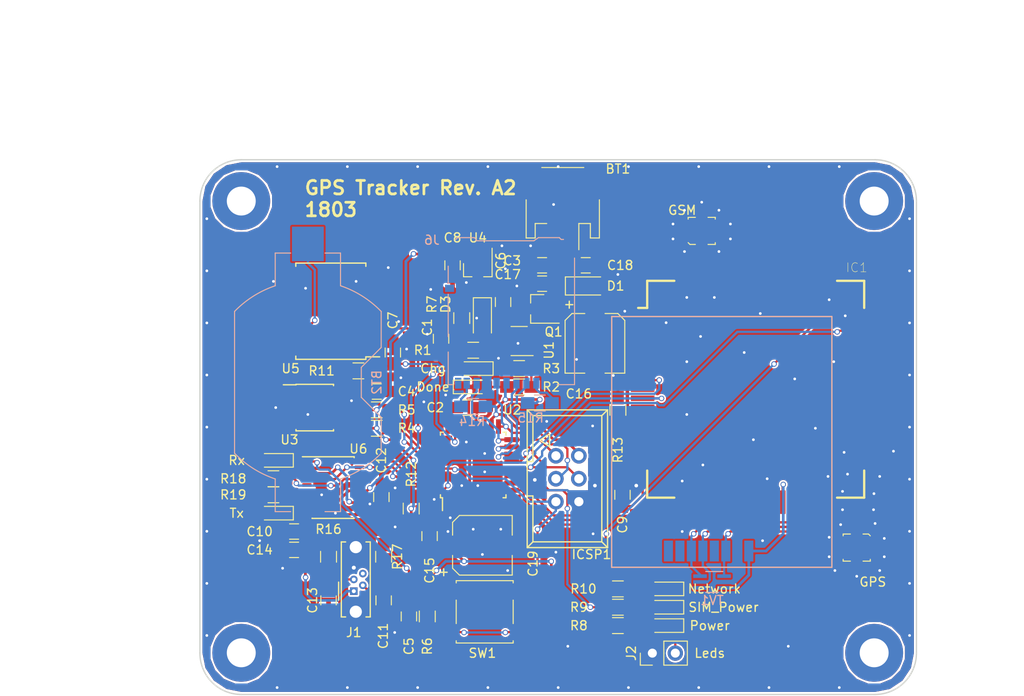
<source format=kicad_pcb>
(kicad_pcb (version 4) (host pcbnew 4.0.7)
  (layers (0 F.Cu signal) (31 B.Cu signal) (34 B.Paste user) (35 F.Paste user) (36 B.SilkS user) (37 F.SilkS user) (38 B.Mask user) (39 F.Mask user) (44 Edge.Cuts user))
  (net 0 "")
  (net 1 +BATT)
  (net 2 GND)
  (net 3 "Net-(BT2-Pad1)")
  (net 4 VBUS)
  (net 5 "Net-(C2-Pad1)")
  (net 6 +3V3)
  (net 7 /ARD_RST)
  (net 8 /DTR)
  (net 9 "Net-(C6-Pad1)")
  (net 10 /RTC_PWR)
  (net 11 "Net-(C9-Pad1)")
  (net 12 "Net-(C11-Pad1)")
  (net 13 "Net-(C13-Pad1)")
  (net 14 +2V8)
  (net 15 /SIM808_P)
  (net 16 "Net-(IC1-Pad9)")
  (net 17 /SIM808_RI)
  (net 18 "Net-(IC1-Pad11)")
  (net 19 "Net-(IC1-Pad12)")
  (net 20 "Net-(IC1-Pad13)")
  (net 21 /ARD_HRX)
  (net 22 /ARD_HTX)
  (net 23 "Net-(IC1-Pad19)")
  (net 24 "Net-(IC1-Pad20)")
  (net 25 "Net-(IC1-Pad21)")
  (net 26 "Net-(IC1-Pad22)")
  (net 27 "Net-(IC1-Pad23)")
  (net 28 "Net-(IC1-Pad24)")
  (net 29 "Net-(IC1-Pad25)")
  (net 30 "Net-(IC1-Pad26)")
  (net 31 "Net-(IC1-Pad27)")
  (net 32 +1V8)
  (net 33 /SIMDATA)
  (net 34 /SIMCLK)
  (net 35 /SIMRST)
  (net 36 "Net-(IC1-Pad33)")
  (net 37 "Net-(IC1-Pad37)")
  (net 38 "Net-(IC1-Pad38)")
  (net 39 "Net-(IC1-Pad39)")
  (net 40 "Net-(IC1-Pad41)")
  (net 41 "Net-(IC1-Pad42)")
  (net 42 "Net-(IC1-Pad43)")
  (net 43 "Net-(IC1-Pad44)")
  (net 44 "Net-(IC1-Pad45)")
  (net 45 "Net-(IC1-Pad46)")
  (net 46 "Net-(IC1-Pad47)")
  (net 47 "Net-(IC1-Pad48)")
  (net 48 /SIM808_S)
  (net 49 /NETWORK_LED)
  (net 50 "Net-(IC1-Pad53)")
  (net 51 "Net-(IC1-Pad55)")
  (net 52 "Net-(IC1-Pad56)")
  (net 53 "Net-(IC1-Pad57)")
  (net 54 "Net-(IC1-Pad58)")
  (net 55 "Net-(IC1-Pad59)")
  (net 56 "Net-(IC1-Pad60)")
  (net 57 "Net-(IC1-Pad61)")
  (net 58 "Net-(IC1-Pad62)")
  (net 59 "Net-(IC1-Pad63)")
  (net 60 /ARD_MISO)
  (net 61 /ARD_SCK)
  (net 62 /ARD_MOSI)
  (net 63 "Net-(J1-Pad4)")
  (net 64 "Net-(J2-Pad2)")
  (net 65 "Net-(J3-Pad6)")
  (net 66 "Net-(J6-Pad8)")
  (net 67 /ARD_IO10)
  (net 68 "Net-(J6-Pad1)")
  (net 69 "Net-(R1-Pad1)")
  (net 70 "Net-(R2-Pad2)")
  (net 71 /SDA)
  (net 72 /SCL)
  (net 73 /WAKE_UP)
  (net 74 "Net-(R16-Pad1)")
  (net 75 "Net-(R17-Pad2)")
  (net 76 "Net-(R18-Pad1)")
  (net 77 "Net-(R19-Pad1)")
  (net 78 "Net-(U2-Pad7)")
  (net 79 "Net-(U2-Pad8)")
  (net 80 "Net-(U2-Pad19)")
  (net 81 "Net-(U2-Pad22)")
  (net 82 "Net-(U2-Pad24)")
  (net 83 "Net-(U2-Pad25)")
  (net 84 "Net-(U2-Pad26)")
  (net 85 /ARD_RX)
  (net 86 /ARD_TX)
  (net 87 "Net-(U3-Pad7)")
  (net 88 "Net-(U5-Pad1)")
  (net 89 "Net-(U5-Pad4)")
  (net 90 "Net-(U6-Pad2)")
  (net 91 +3V3_FDTI)
  (net 92 "Net-(U6-Pad5)")
  (net 93 "Net-(U6-Pad7)")
  (net 94 "Net-(U6-Pad8)")
  (net 95 "Net-(U6-Pad18)")
  (net 96 "Net-(U6-Pad19)")
  (net 97 "Net-(LED1-Pad1)")
  (net 98 "Net-(LED2-Pad2)")
  (net 99 "Net-(LED3-Pad2)")
  (net 100 "Net-(LED4-Pad2)")
  (net 101 "Net-(LED5-Pad2)")
  (net 102 "Net-(LED6-Pad2)")
  (net 103 "Net-(LED7-Pad2)")
  (net 104 "Net-(U2-Pad2)")
  (net 105 "Net-(TV1-Pad4)")
  (net 106 +3.3VP)
  (net 107 /GPS)
  (net 108 /GSM)
  (net 109 /SIM_RST)
  (net 110 "Net-(J6-Pad9)")
  (module custom-conn:Via-0.6mm (layer F.Cu) (at 129.921 86.36)
    (fp_text reference VIA** hide)
    (fp_text value Via-0.6mm hide)
    (pad 1 thru_hole circle (at 0 0) (size 0.6 0.6) (drill 0.3) (layers *.Cu) (net 2 GND))
  )
  (module custom-conn:Via-0.6mm (layer F.Cu) (at 118.11 106.934)
    (fp_text reference VIA** hide)
    (fp_text value Via-0.6mm hide)
    (pad 1 thru_hole circle (at 0 0) (size 0.6 0.6) (drill 0.3) (layers *.Cu) (net 2 GND))
  )
  (module Housings_QFP:TQFP-32_7x7mm_Pitch0.8mm (layer F.Cu) (at 129.54 102.616 90)
    (fp_text reference U2 (at 6.096 4.318 180) (layer F.SilkS))
    (fp_text value ATMEGA328P-AU hide)
    (pad 1 smd rect (at -4.25 -2.8 90) (size 1.6 0.55) (layers F.Cu F.Paste F.Mask) (net 73 /WAKE_UP))
    (pad 2 smd rect (at -4.25 -2 90) (size 1.6 0.55) (layers F.Cu F.Paste F.Mask) (net 104 "Net-(U2-Pad2)"))
    (pad 3 smd rect (at -4.25 -1.2 90) (size 1.6 0.55) (layers F.Cu F.Paste F.Mask) (net 2 GND))
    (pad 4 smd rect (at -4.25 -0.4 90) (size 1.6 0.55) (layers F.Cu F.Paste F.Mask) (net 6 +3V3))
    (pad 5 smd rect (at -4.25 0.4 90) (size 1.6 0.55) (layers F.Cu F.Paste F.Mask) (net 2 GND))
    (pad 6 smd rect (at -4.25 1.2 90) (size 1.6 0.55) (layers F.Cu F.Paste F.Mask) (net 6 +3V3))
    (pad 7 smd rect (at -4.25 2 90) (size 1.6 0.55) (layers F.Cu F.Paste F.Mask) (net 78 "Net-(U2-Pad7)"))
    (pad 8 smd rect (at -4.25 2.8 90) (size 1.6 0.55) (layers F.Cu F.Paste F.Mask) (net 79 "Net-(U2-Pad8)"))
    (pad 9 smd rect (at -2.8 4.25 180) (size 1.6 0.55) (layers F.Cu F.Paste F.Mask) (net 109 /SIM_RST))
    (pad 10 smd rect (at -2 4.25 180) (size 1.6 0.55) (layers F.Cu F.Paste F.Mask) (net 22 /ARD_HTX))
    (pad 11 smd rect (at -1.2 4.25 180) (size 1.6 0.55) (layers F.Cu F.Paste F.Mask) (net 21 /ARD_HRX))
    (pad 12 smd rect (at -0.4 4.25 180) (size 1.6 0.55) (layers F.Cu F.Paste F.Mask) (net 48 /SIM808_S))
    (pad 13 smd rect (at 0.4 4.25 180) (size 1.6 0.55) (layers F.Cu F.Paste F.Mask) (net 15 /SIM808_P))
    (pad 14 smd rect (at 1.2 4.25 180) (size 1.6 0.55) (layers F.Cu F.Paste F.Mask) (net 67 /ARD_IO10))
    (pad 15 smd rect (at 2 4.25 180) (size 1.6 0.55) (layers F.Cu F.Paste F.Mask) (net 62 /ARD_MOSI))
    (pad 16 smd rect (at 2.8 4.25 180) (size 1.6 0.55) (layers F.Cu F.Paste F.Mask) (net 60 /ARD_MISO))
    (pad 17 smd rect (at 4.25 2.8 90) (size 1.6 0.55) (layers F.Cu F.Paste F.Mask) (net 61 /ARD_SCK))
    (pad 18 smd rect (at 4.25 2 90) (size 1.6 0.55) (layers F.Cu F.Paste F.Mask) (net 6 +3V3))
    (pad 19 smd rect (at 4.25 1.2 90) (size 1.6 0.55) (layers F.Cu F.Paste F.Mask) (net 80 "Net-(U2-Pad19)"))
    (pad 20 smd rect (at 4.25 0.4 90) (size 1.6 0.55) (layers F.Cu F.Paste F.Mask) (net 5 "Net-(C2-Pad1)"))
    (pad 21 smd rect (at 4.25 -0.4 90) (size 1.6 0.55) (layers F.Cu F.Paste F.Mask) (net 2 GND))
    (pad 22 smd rect (at 4.25 -1.2 90) (size 1.6 0.55) (layers F.Cu F.Paste F.Mask) (net 81 "Net-(U2-Pad22)"))
    (pad 23 smd rect (at 4.25 -2 90) (size 1.6 0.55) (layers F.Cu F.Paste F.Mask) (net 10 /RTC_PWR))
    (pad 24 smd rect (at 4.25 -2.8 90) (size 1.6 0.55) (layers F.Cu F.Paste F.Mask) (net 82 "Net-(U2-Pad24)"))
    (pad 25 smd rect (at 2.8 -4.25 180) (size 1.6 0.55) (layers F.Cu F.Paste F.Mask) (net 83 "Net-(U2-Pad25)"))
    (pad 26 smd rect (at 2 -4.25 180) (size 1.6 0.55) (layers F.Cu F.Paste F.Mask) (net 84 "Net-(U2-Pad26)"))
    (pad 27 smd rect (at 1.2 -4.25 180) (size 1.6 0.55) (layers F.Cu F.Paste F.Mask) (net 71 /SDA))
    (pad 28 smd rect (at 0.4 -4.25 180) (size 1.6 0.55) (layers F.Cu F.Paste F.Mask) (net 72 /SCL))
    (pad 29 smd rect (at -0.4 -4.25 180) (size 1.6 0.55) (layers F.Cu F.Paste F.Mask) (net 7 /ARD_RST))
    (pad 30 smd rect (at -1.2 -4.25 180) (size 1.6 0.55) (layers F.Cu F.Paste F.Mask) (net 85 /ARD_RX))
    (pad 31 smd rect (at -2 -4.25 180) (size 1.6 0.55) (layers F.Cu F.Paste F.Mask) (net 86 /ARD_TX))
    (pad 32 smd rect (at -2.8 -4.25 180) (size 1.6 0.55) (layers F.Cu F.Paste F.Mask) (net 17 /SIM808_RI))
  )
  (module custom-conn:Via-0.6mm (layer F.Cu) (at 125.222 106.426)
    (fp_text reference VIA** hide)
    (fp_text value Via-0.6mm hide)
    (pad 1 thru_hole circle (at 0 0) (size 0.6 0.6) (drill 0.3) (layers *.Cu) (net 2 GND))
  )
  (module custom-conn:Via-0.6mm (layer F.Cu) (at 170.387 107.569)
    (fp_text reference VIA** hide)
    (fp_text value Via-0.6mm hide)
    (pad 1 thru_hole circle (at 0 0) (size 0.6 0.6) (drill 0.3) (layers *.Cu) (net 2 GND))
  )
  (module custom-conn:Via-0.6mm (layer F.Cu) (at 173.816 107.569)
    (fp_text reference VIA** hide)
    (fp_text value Via-0.6mm hide)
    (pad 1 thru_hole circle (at 0 0) (size 0.6 0.6) (drill 0.3) (layers *.Cu) (net 2 GND))
  )
  (module custom-ic:QFN100P2400X2400X260-68N (layer F.Cu) (at 160.782 94.234)
    (fp_text reference IC1 (at 11.176 -13.462) (layer F.SilkS) (effects (font (size 1.00176 1.00176) (thickness 0.05))))
    (fp_text value SIM808 hide)
    (pad 1 smd rect (at -12.5 -8) (size 2.6 0.6) (layers F.Cu F.Paste F.Mask) (net 2 GND))
    (pad 2 smd rect (at -12.5 -7) (size 2.6 0.6) (layers F.Cu F.Paste F.Mask) (net 2 GND))
    (pad 3 smd rect (at -12.5 -6) (size 2.6 0.6) (layers F.Cu F.Paste F.Mask) (net 2 GND))
    (pad 4 smd rect (at -12.5 -5) (size 2.6 0.6) (layers F.Cu F.Paste F.Mask) (net 1 +BATT))
    (pad 5 smd rect (at -12.5 -4) (size 2.6 0.6) (layers F.Cu F.Paste F.Mask) (net 1 +BATT))
    (pad 6 smd rect (at -12.5 -3) (size 2.6 0.6) (layers F.Cu F.Paste F.Mask) (net 1 +BATT))
    (pad 7 smd rect (at -12.5 -2) (size 2.6 0.6) (layers F.Cu F.Paste F.Mask) (net 14 +2V8))
    (pad 8 smd rect (at -12.5 -1) (size 2.6 0.6) (layers F.Cu F.Paste F.Mask) (net 15 /SIM808_P))
    (pad 9 smd rect (at -12.5 0) (size 2.6 0.6) (layers F.Cu F.Paste F.Mask) (net 16 "Net-(IC1-Pad9)"))
    (pad 10 smd rect (at -12.5 1) (size 2.6 0.6) (layers F.Cu F.Paste F.Mask) (net 17 /SIM808_RI))
    (pad 11 smd rect (at -12.5 2) (size 2.6 0.6) (layers F.Cu F.Paste F.Mask) (net 18 "Net-(IC1-Pad11)"))
    (pad 12 smd rect (at -12.5 3) (size 2.6 0.6) (layers F.Cu F.Paste F.Mask) (net 19 "Net-(IC1-Pad12)"))
    (pad 13 smd rect (at -12.5 4) (size 2.6 0.6) (layers F.Cu F.Paste F.Mask) (net 20 "Net-(IC1-Pad13)"))
    (pad 14 smd rect (at -12.5 5) (size 2.6 0.6) (layers F.Cu F.Paste F.Mask) (net 21 /ARD_HRX))
    (pad 15 smd rect (at -12.5 6) (size 2.6 0.6) (layers F.Cu F.Paste F.Mask) (net 22 /ARD_HTX))
    (pad 16 smd rect (at -12.5 7) (size 2.6 0.6) (layers F.Cu F.Paste F.Mask) (net 109 /SIM_RST))
    (pad 17 smd rect (at -12.5 8) (size 2.6 0.6) (layers F.Cu F.Paste F.Mask) (net 11 "Net-(C9-Pad1)"))
    (pad 18 smd rect (at -8 12.5 90) (size 2.6 0.6) (layers F.Cu F.Paste F.Mask) (net 2 GND))
    (pad 19 smd rect (at -7 12.5 90) (size 2.6 0.6) (layers F.Cu F.Paste F.Mask) (net 23 "Net-(IC1-Pad19)"))
    (pad 20 smd rect (at -6 12.5 90) (size 2.6 0.6) (layers F.Cu F.Paste F.Mask) (net 24 "Net-(IC1-Pad20)"))
    (pad 21 smd rect (at -5 12.5 90) (size 2.6 0.6) (layers F.Cu F.Paste F.Mask) (net 25 "Net-(IC1-Pad21)"))
    (pad 22 smd rect (at -4 12.5 90) (size 2.6 0.6) (layers F.Cu F.Paste F.Mask) (net 26 "Net-(IC1-Pad22)"))
    (pad 23 smd rect (at -3 12.5 90) (size 2.6 0.6) (layers F.Cu F.Paste F.Mask) (net 27 "Net-(IC1-Pad23)"))
    (pad 24 smd rect (at -2 12.5 90) (size 2.6 0.6) (layers F.Cu F.Paste F.Mask) (net 28 "Net-(IC1-Pad24)"))
    (pad 25 smd rect (at -1 12.5 90) (size 2.6 0.6) (layers F.Cu F.Paste F.Mask) (net 29 "Net-(IC1-Pad25)"))
    (pad 26 smd rect (at 0 12.5 90) (size 2.6 0.6) (layers F.Cu F.Paste F.Mask) (net 30 "Net-(IC1-Pad26)"))
    (pad 27 smd rect (at 1 12.5 90) (size 2.6 0.6) (layers F.Cu F.Paste F.Mask) (net 31 "Net-(IC1-Pad27)"))
    (pad 28 smd rect (at 2 12.5 90) (size 2.6 0.6) (layers F.Cu F.Paste F.Mask) (net 2 GND))
    (pad 29 smd rect (at 3 12.5 90) (size 2.6 0.6) (layers F.Cu F.Paste F.Mask) (net 32 +1V8))
    (pad 30 smd rect (at 4 12.5 90) (size 2.6 0.6) (layers F.Cu F.Paste F.Mask) (net 33 /SIMDATA))
    (pad 31 smd rect (at 5 12.5 90) (size 2.6 0.6) (layers F.Cu F.Paste F.Mask) (net 34 /SIMCLK))
    (pad 32 smd rect (at 6 12.5 90) (size 2.6 0.6) (layers F.Cu F.Paste F.Mask) (net 35 /SIMRST))
    (pad 33 smd rect (at 7 12.5 90) (size 2.6 0.6) (layers F.Cu F.Paste F.Mask) (net 36 "Net-(IC1-Pad33)"))
    (pad 34 smd rect (at 8 12.5 90) (size 2.6 0.6) (layers F.Cu F.Paste F.Mask) (net 2 GND))
    (pad 35 smd rect (at 12.5 8 180) (size 2.6 0.6) (layers F.Cu F.Paste F.Mask) (net 107 /GPS))
    (pad 36 smd rect (at 12.5 7 180) (size 2.6 0.6) (layers F.Cu F.Paste F.Mask) (net 2 GND))
    (pad 37 smd rect (at 12.5 6 180) (size 2.6 0.6) (layers F.Cu F.Paste F.Mask) (net 37 "Net-(IC1-Pad37)"))
    (pad 38 smd rect (at 12.5 5 180) (size 2.6 0.6) (layers F.Cu F.Paste F.Mask) (net 38 "Net-(IC1-Pad38)"))
    (pad 39 smd rect (at 12.5 4 180) (size 2.6 0.6) (layers F.Cu F.Paste F.Mask) (net 39 "Net-(IC1-Pad39)"))
    (pad 40 smd rect (at 12.5 3 180) (size 2.6 0.6) (layers F.Cu F.Paste F.Mask) (net 2 GND))
    (pad 41 smd rect (at 12.5 2 180) (size 2.6 0.6) (layers F.Cu F.Paste F.Mask) (net 40 "Net-(IC1-Pad41)"))
    (pad 42 smd rect (at 12.5 1 180) (size 2.6 0.6) (layers F.Cu F.Paste F.Mask) (net 41 "Net-(IC1-Pad42)"))
    (pad 43 smd rect (at 12.5 0 180) (size 2.6 0.6) (layers F.Cu F.Paste F.Mask) (net 42 "Net-(IC1-Pad43)"))
    (pad 44 smd rect (at 12.5 -1 180) (size 2.6 0.6) (layers F.Cu F.Paste F.Mask) (net 43 "Net-(IC1-Pad44)"))
    (pad 45 smd rect (at 12.5 -2 180) (size 2.6 0.6) (layers F.Cu F.Paste F.Mask) (net 44 "Net-(IC1-Pad45)"))
    (pad 46 smd rect (at 12.5 -3 180) (size 2.6 0.6) (layers F.Cu F.Paste F.Mask) (net 45 "Net-(IC1-Pad46)"))
    (pad 47 smd rect (at 12.5 -4 180) (size 2.6 0.6) (layers F.Cu F.Paste F.Mask) (net 46 "Net-(IC1-Pad47)"))
    (pad 48 smd rect (at 12.5 -5 180) (size 2.6 0.6) (layers F.Cu F.Paste F.Mask) (net 47 "Net-(IC1-Pad48)"))
    (pad 49 smd rect (at 12.5 -6 180) (size 2.6 0.6) (layers F.Cu F.Paste F.Mask) (net 48 /SIM808_S))
    (pad 50 smd rect (at 12.5 -7 180) (size 2.6 0.6) (layers F.Cu F.Paste F.Mask) (net 49 /NETWORK_LED))
    (pad 51 smd rect (at 12.5 -8 180) (size 2.6 0.6) (layers F.Cu F.Paste F.Mask) (net 2 GND))
    (pad 52 smd rect (at 8 -12.5 270) (size 2.6 0.6) (layers F.Cu F.Paste F.Mask) (net 2 GND))
    (pad 53 smd rect (at 7 -12.5 270) (size 2.6 0.6) (layers F.Cu F.Paste F.Mask) (net 50 "Net-(IC1-Pad53)"))
    (pad 54 smd rect (at 6 -12.5 270) (size 2.6 0.6) (layers F.Cu F.Paste F.Mask) (net 2 GND))
    (pad 55 smd rect (at 5 -12.5 270) (size 2.6 0.6) (layers F.Cu F.Paste F.Mask) (net 51 "Net-(IC1-Pad55)"))
    (pad 56 smd rect (at 4 -12.5 270) (size 2.6 0.6) (layers F.Cu F.Paste F.Mask) (net 52 "Net-(IC1-Pad56)"))
    (pad 57 smd rect (at 3 -12.5 270) (size 2.6 0.6) (layers F.Cu F.Paste F.Mask) (net 53 "Net-(IC1-Pad57)"))
    (pad 58 smd rect (at 2 -12.5 270) (size 2.6 0.6) (layers F.Cu F.Paste F.Mask) (net 54 "Net-(IC1-Pad58)"))
    (pad 59 smd rect (at 1 -12.5 270) (size 2.6 0.6) (layers F.Cu F.Paste F.Mask) (net 55 "Net-(IC1-Pad59)"))
    (pad 60 smd rect (at 0 -12.5 270) (size 2.6 0.6) (layers F.Cu F.Paste F.Mask) (net 56 "Net-(IC1-Pad60)"))
    (pad 61 smd rect (at -1 -12.5 270) (size 2.6 0.6) (layers F.Cu F.Paste F.Mask) (net 57 "Net-(IC1-Pad61)"))
    (pad 62 smd rect (at -2 -12.5 270) (size 2.6 0.6) (layers F.Cu F.Paste F.Mask) (net 58 "Net-(IC1-Pad62)"))
    (pad 63 smd rect (at -3 -12.5 270) (size 2.6 0.6) (layers F.Cu F.Paste F.Mask) (net 59 "Net-(IC1-Pad63)"))
    (pad 64 smd rect (at -4 -12.5 270) (size 2.6 0.6) (layers F.Cu F.Paste F.Mask) (net 2 GND))
    (pad 65 smd rect (at -5 -12.5 270) (size 2.6 0.6) (layers F.Cu F.Paste F.Mask) (net 2 GND))
    (pad 66 smd rect (at -6 -12.5 270) (size 2.6 0.6) (layers F.Cu F.Paste F.Mask) (net 108 /GSM))
    (pad 67 smd rect (at -7 -12.5 270) (size 2.6 0.6) (layers F.Cu F.Paste F.Mask) (net 2 GND))
    (pad 68 smd rect (at -8 -12.5 270) (size 2.6 0.6) (layers F.Cu F.Paste F.Mask) (net 2 GND))
  )
  (module custom-conn:Via-0.6mm (layer F.Cu) (at 142.748 98.298)
    (fp_text reference VIA** hide)
    (fp_text value Via-0.6mm hide)
    (pad 1 thru_hole circle (at 0 0) (size 0.6 0.6) (drill 0.3) (layers *.Cu) (net 2 GND))
  )
  (module custom-conn:Via-0.6mm (layer F.Cu) (at 130.81 101.346)
    (fp_text reference VIA** hide)
    (fp_text value Via-0.6mm hide)
    (pad 1 thru_hole circle (at 0 0) (size 0.6 0.6) (drill 0.3) (layers *.Cu) (net 2 GND))
  )
  (module custom-conn:Via-0.6mm (layer F.Cu) (at 130.81 103.378)
    (fp_text reference VIA** hide)
    (fp_text value Via-0.6mm hide)
    (pad 1 thru_hole circle (at 0 0) (size 0.6 0.6) (drill 0.3) (layers *.Cu) (net 2 GND))
  )
  (module custom-conn:Via-0.6mm (layer F.Cu) (at 142.7988 110.236)
    (fp_text reference VIA** hide)
    (fp_text value Via-0.6mm hide)
    (pad 1 thru_hole circle (at 0 0) (size 0.6 0.6) (drill 0.3) (layers *.Cu) (net 2 GND))
  )
  (module custom-conn:Via-0.6mm (layer F.Cu) (at 138.684 112.268)
    (fp_text reference VIA** hide)
    (fp_text value Via-0.6mm hide)
    (pad 1 thru_hole circle (at 0 0) (size 0.6 0.6) (drill 0.3) (layers *.Cu) (net 2 GND))
  )
  (module custom-conn:Via-0.6mm (layer F.Cu) (at 132.334 90.805)
    (fp_text reference VIA** hide)
    (fp_text value Via-0.6mm hide)
    (pad 1 thru_hole circle (at 0 0) (size 0.6 0.6) (drill 0.3) (layers *.Cu) (net 2 GND))
  )
  (module custom-conn:Via-0.6mm (layer F.Cu) (at 133.096 80.899)
    (fp_text reference VIA** hide)
    (fp_text value Via-0.6mm hide)
    (pad 1 thru_hole circle (at 0 0) (size 0.6 0.6) (drill 0.3) (layers *.Cu) (net 2 GND))
  )
  (module custom-conn:Via-0.6mm (layer F.Cu) (at 124.46 88.138)
    (fp_text reference VIA** hide)
    (fp_text value Via-0.6mm hide)
    (pad 1 thru_hole circle (at 0 0) (size 0.6 0.6) (drill 0.3) (layers *.Cu) (net 2 GND))
  )
  (module custom-conn:Via-0.6mm (layer F.Cu) (at 137.668 97.79)
    (fp_text reference VIA** hide)
    (fp_text value Via-0.6mm hide)
    (pad 1 thru_hole circle (at 0 0) (size 0.6 0.6) (drill 0.3) (layers *.Cu) (net 2 GND))
  )
  (module custom-conn:Via-0.6mm (layer F.Cu) (at 128.778 82.423)
    (fp_text reference VIA** hide)
    (fp_text value Via-0.6mm hide)
    (pad 1 thru_hole circle (at 0 0) (size 0.6 0.6) (drill 0.3) (layers *.Cu) (net 2 GND))
  )
  (module custom-conn:Via-0.6mm (layer F.Cu) (at 132.715 78.359)
    (fp_text reference VIA** hide)
    (fp_text value Via-0.6mm hide)
    (pad 1 thru_hole circle (at 0 0) (size 0.6 0.6) (drill 0.3) (layers *.Cu) (net 2 GND))
  )
  (module custom-conn:Via-0.6mm (layer F.Cu) (at 162.052 104.14)
    (fp_text reference VIA** hide)
    (fp_text value Via-0.6mm hide)
    (pad 1 thru_hole circle (at 0 0) (size 0.6 0.6) (drill 0.3) (layers *.Cu) (net 2 GND))
  )
  (module custom-conn:Via-0.6mm (layer F.Cu) (at 161.544 110.998)
    (fp_text reference VIA** hide)
    (fp_text value Via-0.6mm hide)
    (pad 1 thru_hole circle (at 0 0) (size 0.6 0.6) (drill 0.3) (layers *.Cu) (net 2 GND))
  )
  (module acronet:47553-0001 (layer B.Cu) (at 151.13 91.44 90)
    (fp_text reference J3 hide)
    (fp_text value 47553-0001 hide)
    (pad 3 smd rect (at -20.7 3.81 90) (size 2.3 1) (layers B.Cu B.Paste B.Mask) (net 34 /SIMCLK))
    (pad CD1 smd rect (at -20.7 1.27 90) (size 2.3 1) (layers B.Cu B.Paste B.Mask))
    (pad CD2 smd rect (at -20.7 0 90) (size 2.3 1) (layers B.Cu B.Paste B.Mask))
    (pad 2 smd rect (at -20.7 6.35 90) (size 2.3 1) (layers B.Cu B.Paste B.Mask) (net 35 /SIMRST))
    (pad 1 smd rect (at -20.7 8.89 90) (size 2.3 1) (layers B.Cu B.Paste B.Mask) (net 32 +1V8))
    (pad 7 smd rect (at -20.7 2.54 90) (size 2.3 1) (layers B.Cu B.Paste B.Mask) (net 33 /SIMDATA))
    (pad 5 smd rect (at -20.7 7.62 90) (size 2.3 1) (layers B.Cu B.Paste B.Mask) (net 2 GND))
    (pad 6 smd rect (at -20.7 5.08 90) (size 2.3 1) (layers B.Cu B.Paste B.Mask) (net 65 "Net-(J3-Pad6)"))
    (pad GND1 smd rect (at 0 16.18 90) (size 2.95 1.5) (layers B.Cu B.Paste B.Mask) (net 2 GND))
    (pad GND2 smd rect (at 0 -4.37 90) (size 2.95 1.5) (layers B.Cu B.Paste B.Mask) (net 2 GND))
  )
  (module custom-conn:Via-0.6mm (layer F.Cu) (at 176.022 101.092)
    (fp_text reference VIA** hide)
    (fp_text value Via-0.6mm hide)
    (pad 1 thru_hole circle (at 0 0) (size 0.6 0.6) (drill 0.3) (layers *.Cu) (net 2 GND))
  )
  (module custom-conn:Via-0.6mm (layer F.Cu) (at 164.3888 122.682)
    (fp_text reference VIA** hide)
    (fp_text value Via-0.6mm hide)
    (pad 1 thru_hole circle (at 0 0) (size 0.6 0.6) (drill 0.3) (layers *.Cu) (net 2 GND))
  )
  (module custom-conn:Via-0.6mm (layer F.Cu) (at 140.0048 122.682)
    (fp_text reference VIA** hide)
    (fp_text value Via-0.6mm hide)
    (pad 1 thru_hole circle (at 0 0) (size 0.6 0.6) (drill 0.3) (layers *.Cu) (net 2 GND))
  )
  (module custom-conn:Via-0.6mm (layer F.Cu) (at 120.857 121.158)
    (fp_text reference VIA** hide)
    (fp_text value Via-0.6mm hide)
    (pad 1 thru_hole circle (at 0 0) (size 0.6 0.6) (drill 0.3) (layers *.Cu) (net 2 GND))
  )
  (module custom-conn:Via-0.6mm (layer F.Cu) (at 114.3 107.95)
    (fp_text reference VIA** hide)
    (fp_text value Via-0.6mm hide)
    (pad 1 thru_hole circle (at 0 0) (size 0.6 0.6) (drill 0.3) (layers *.Cu) (net 2 GND))
  )
  (module Capacitors_SMD:C_0805_HandSoldering (layer F.Cu) (at 120.65 90.17 90)
    (fp_text reference C7 (at 3.556 0 90) (layer F.SilkS))
    (fp_text value 0.1uF hide)
    (pad 1 smd rect (at -1.25 0 90) (size 1.5 1.25) (layers F.Cu F.Paste F.Mask) (net 10 /RTC_PWR))
    (pad 2 smd rect (at 1.25 0 90) (size 1.5 1.25) (layers F.Cu F.Paste F.Mask) (net 2 GND))
  )
  (module custom-conn:Via-0.6mm (layer F.Cu) (at 175.006 112.776)
    (fp_text reference VIA** hide)
    (fp_text value Via-0.6mm hide)
    (pad 1 thru_hole circle (at 0 0) (size 0.6 0.6) (drill 0.3) (layers *.Cu) (net 2 GND))
  )
  (module custom-conn:Via-0.6mm (layer F.Cu) (at 177.8 121.4882)
    (fp_text reference VIA** hide)
    (fp_text value Via-0.6mm hide)
    (pad 1 thru_hole circle (at 0 0) (size 0.6 0.6) (drill 0.3) (layers *.Cu) (net 2 GND))
  )
  (module custom-conn:Via-0.6mm (layer F.Cu) (at 177.8 115.7224)
    (fp_text reference VIA** hide)
    (fp_text value Via-0.6mm hide)
    (pad 1 thru_hole circle (at 0 0) (size 0.6 0.6) (drill 0.3) (layers *.Cu) (net 2 GND))
  )
  (module custom-conn:Via-0.6mm (layer F.Cu) (at 177.8 109.9566)
    (fp_text reference VIA** hide)
    (fp_text value Via-0.6mm hide)
    (pad 1 thru_hole circle (at 0 0) (size 0.6 0.6) (drill 0.3) (layers *.Cu) (net 2 GND))
  )
  (module custom-conn:Via-0.6mm (layer F.Cu) (at 177.8 104.1908)
    (fp_text reference VIA** hide)
    (fp_text value Via-0.6mm hide)
    (pad 1 thru_hole circle (at 0 0) (size 0.6 0.6) (drill 0.3) (layers *.Cu) (net 2 GND))
  )
  (module custom-conn:Via-0.6mm (layer F.Cu) (at 177.8 98.425)
    (fp_text reference VIA** hide)
    (fp_text value Via-0.6mm hide)
    (pad 1 thru_hole circle (at 0 0) (size 0.6 0.6) (drill 0.3) (layers *.Cu) (net 2 GND))
  )
  (module custom-conn:Via-0.6mm (layer F.Cu) (at 177.8 92.6592)
    (fp_text reference VIA** hide)
    (fp_text value Via-0.6mm hide)
    (pad 1 thru_hole circle (at 0 0) (size 0.6 0.6) (drill 0.3) (layers *.Cu) (net 2 GND))
  )
  (module custom-conn:Via-0.6mm (layer F.Cu) (at 177.8 86.8934)
    (fp_text reference VIA** hide)
    (fp_text value Via-0.6mm hide)
    (pad 1 thru_hole circle (at 0 0) (size 0.6 0.6) (drill 0.3) (layers *.Cu) (net 2 GND))
  )
  (module custom-conn:Via-0.6mm (layer F.Cu) (at 177.8 81.1276)
    (fp_text reference VIA** hide)
    (fp_text value Via-0.6mm hide)
    (pad 1 thru_hole circle (at 0 0) (size 0.6 0.6) (drill 0.3) (layers *.Cu) (net 2 GND))
  )
  (module custom-conn:Via-0.6mm (layer F.Cu) (at 177.8 75.3618)
    (fp_text reference VIA** hide)
    (fp_text value Via-0.6mm hide)
    (pad 1 thru_hole circle (at 0 0) (size 0.6 0.6) (drill 0.3) (layers *.Cu) (net 2 GND))
  )
  (module custom-conn:Via-0.6mm (layer F.Cu) (at 170.0276 127.254)
    (fp_text reference VIA** hide)
    (fp_text value Via-0.6mm hide)
    (pad 1 thru_hole circle (at 0 0) (size 0.6 0.6) (drill 0.3) (layers *.Cu) (net 2 GND))
  )
  (module custom-conn:Via-0.6mm (layer F.Cu) (at 162.2552 127.254)
    (fp_text reference VIA** hide)
    (fp_text value Via-0.6mm hide)
    (pad 1 thru_hole circle (at 0 0) (size 0.6 0.6) (drill 0.3) (layers *.Cu) (net 2 GND))
  )
  (module custom-conn:Via-0.6mm (layer F.Cu) (at 154.4828 127.254)
    (fp_text reference VIA** hide)
    (fp_text value Via-0.6mm hide)
    (pad 1 thru_hole circle (at 0 0) (size 0.6 0.6) (drill 0.3) (layers *.Cu) (net 2 GND))
  )
  (module custom-conn:Via-0.6mm (layer F.Cu) (at 146.7104 127.254)
    (fp_text reference VIA** hide)
    (fp_text value Via-0.6mm hide)
    (pad 1 thru_hole circle (at 0 0) (size 0.6 0.6) (drill 0.3) (layers *.Cu) (net 2 GND))
  )
  (module custom-conn:Via-0.6mm (layer F.Cu) (at 138.938 127.254)
    (fp_text reference VIA** hide)
    (fp_text value Via-0.6mm hide)
    (pad 1 thru_hole circle (at 0 0) (size 0.6 0.6) (drill 0.3) (layers *.Cu) (net 2 GND))
  )
  (module custom-conn:Via-0.6mm (layer F.Cu) (at 131.1656 127.254)
    (fp_text reference VIA** hide)
    (fp_text value Via-0.6mm hide)
    (pad 1 thru_hole circle (at 0 0) (size 0.6 0.6) (drill 0.3) (layers *.Cu) (net 2 GND))
  )
  (module custom-conn:Via-0.6mm (layer F.Cu) (at 123.3932 127.254)
    (fp_text reference VIA** hide)
    (fp_text value Via-0.6mm hide)
    (pad 1 thru_hole circle (at 0 0) (size 0.6 0.6) (drill 0.3) (layers *.Cu) (net 2 GND))
  )
  (module custom-conn:Via-0.6mm (layer F.Cu) (at 115.6208 127.254)
    (fp_text reference VIA** hide)
    (fp_text value Via-0.6mm hide)
    (pad 1 thru_hole circle (at 0 0) (size 0.6 0.6) (drill 0.3) (layers *.Cu) (net 2 GND))
  )
  (module custom-conn:Via-0.6mm (layer F.Cu) (at 107.8484 127.254)
    (fp_text reference VIA** hide)
    (fp_text value Via-0.6mm hide)
    (pad 1 thru_hole circle (at 0 0) (size 0.6 0.6) (drill 0.3) (layers *.Cu) (net 2 GND))
  )
  (module custom-conn:Via-0.6mm (layer F.Cu) (at 100.076 121.4882)
    (fp_text reference VIA** hide)
    (fp_text value Via-0.6mm hide)
    (pad 1 thru_hole circle (at 0 0) (size 0.6 0.6) (drill 0.3) (layers *.Cu) (net 2 GND))
  )
  (module custom-conn:Via-0.6mm (layer F.Cu) (at 100.076 115.7224)
    (fp_text reference VIA** hide)
    (fp_text value Via-0.6mm hide)
    (pad 1 thru_hole circle (at 0 0) (size 0.6 0.6) (drill 0.3) (layers *.Cu) (net 2 GND))
  )
  (module custom-conn:Via-0.6mm (layer F.Cu) (at 100.076 109.9566)
    (fp_text reference VIA** hide)
    (fp_text value Via-0.6mm hide)
    (pad 1 thru_hole circle (at 0 0) (size 0.6 0.6) (drill 0.3) (layers *.Cu) (net 2 GND))
  )
  (module custom-conn:Via-0.6mm (layer F.Cu) (at 100.076 104.1908)
    (fp_text reference VIA** hide)
    (fp_text value Via-0.6mm hide)
    (pad 1 thru_hole circle (at 0 0) (size 0.6 0.6) (drill 0.3) (layers *.Cu) (net 2 GND))
  )
  (module custom-conn:Via-0.6mm (layer F.Cu) (at 100.076 98.425)
    (fp_text reference VIA** hide)
    (fp_text value Via-0.6mm hide)
    (pad 1 thru_hole circle (at 0 0) (size 0.6 0.6) (drill 0.3) (layers *.Cu) (net 2 GND))
  )
  (module custom-conn:Via-0.6mm (layer F.Cu) (at 100.076 92.6592)
    (fp_text reference VIA** hide)
    (fp_text value Via-0.6mm hide)
    (pad 1 thru_hole circle (at 0 0) (size 0.6 0.6) (drill 0.3) (layers *.Cu) (net 2 GND))
  )
  (module custom-conn:Via-0.6mm (layer F.Cu) (at 100.076 86.8934)
    (fp_text reference VIA** hide)
    (fp_text value Via-0.6mm hide)
    (pad 1 thru_hole circle (at 0 0) (size 0.6 0.6) (drill 0.3) (layers *.Cu) (net 2 GND))
  )
  (module custom-conn:Via-0.6mm (layer F.Cu) (at 100.076 81.1276)
    (fp_text reference VIA** hide)
    (fp_text value Via-0.6mm hide)
    (pad 1 thru_hole circle (at 0 0) (size 0.6 0.6) (drill 0.3) (layers *.Cu) (net 2 GND))
  )
  (module custom-conn:Via-0.6mm (layer F.Cu) (at 100.076 75.3618)
    (fp_text reference VIA** hide)
    (fp_text value Via-0.6mm hide)
    (pad 1 thru_hole circle (at 0 0) (size 0.6 0.6) (drill 0.3) (layers *.Cu) (net 2 GND))
  )
  (module custom-conn:Via-0.6mm (layer F.Cu) (at 170.0276 69.596)
    (fp_text reference VIA** hide)
    (fp_text value Via-0.6mm hide)
    (pad 1 thru_hole circle (at 0 0) (size 0.6 0.6) (drill 0.3) (layers *.Cu) (net 2 GND))
  )
  (module custom-conn:Via-0.6mm (layer F.Cu) (at 162.2552 69.596)
    (fp_text reference VIA** hide)
    (fp_text value Via-0.6mm hide)
    (pad 1 thru_hole circle (at 0 0) (size 0.6 0.6) (drill 0.3) (layers *.Cu) (net 2 GND))
  )
  (module custom-conn:Via-0.6mm (layer F.Cu) (at 154.4828 69.596)
    (fp_text reference VIA** hide)
    (fp_text value Via-0.6mm hide)
    (pad 1 thru_hole circle (at 0 0) (size 0.6 0.6) (drill 0.3) (layers *.Cu) (net 2 GND))
  )
  (module custom-conn:Via-0.6mm (layer F.Cu) (at 146.7104 69.596)
    (fp_text reference VIA** hide)
    (fp_text value Via-0.6mm hide)
    (pad 1 thru_hole circle (at 0 0) (size 0.6 0.6) (drill 0.3) (layers *.Cu) (net 2 GND))
  )
  (module custom-conn:Via-0.6mm (layer F.Cu) (at 138.938 69.596)
    (fp_text reference VIA** hide)
    (fp_text value Via-0.6mm hide)
    (pad 1 thru_hole circle (at 0 0) (size 0.6 0.6) (drill 0.3) (layers *.Cu) (net 2 GND))
  )
  (module custom-conn:Via-0.6mm (layer F.Cu) (at 131.1656 69.596)
    (fp_text reference VIA** hide)
    (fp_text value Via-0.6mm hide)
    (pad 1 thru_hole circle (at 0 0) (size 0.6 0.6) (drill 0.3) (layers *.Cu) (net 2 GND))
  )
  (module custom-conn:Via-0.6mm (layer F.Cu) (at 123.3932 69.596)
    (fp_text reference VIA** hide)
    (fp_text value Via-0.6mm hide)
    (pad 1 thru_hole circle (at 0 0) (size 0.6 0.6) (drill 0.3) (layers *.Cu) (net 2 GND))
  )
  (module custom-conn:Via-0.6mm (layer F.Cu) (at 115.6208 69.596)
    (fp_text reference VIA** hide)
    (fp_text value Via-0.6mm hide)
    (pad 1 thru_hole circle (at 0 0) (size 0.6 0.6) (drill 0.3) (layers *.Cu) (net 2 GND))
  )
  (module custom-conn:Via-0.6mm (layer F.Cu) (at 107.8484 69.596)
    (fp_text reference VIA** hide)
    (fp_text value Via-0.6mm hide)
    (pad 1 thru_hole circle (at 0 0) (size 0.6 0.6) (drill 0.3) (layers *.Cu) (net 2 GND))
  )
  (module Mounting_Holes:MountingHole_3.2mm_M3_Pad (layer F.Cu) (at 173.886 123.406)
    (fp_text reference REF** hide)
    (fp_text value MountingHole_3.2mm_M3_Pad hide)
    (pad 1 thru_hole circle (at 0 0) (size 6.4 6.4) (drill 3.2) (layers *.Cu *.Mask))
  )
  (module Mounting_Holes:MountingHole_3.2mm_M3_Pad (layer F.Cu) (at 103.886 123.406)
    (fp_text reference REF** hide)
    (fp_text value MountingHole_3.2mm_M3_Pad hide)
    (pad 1 thru_hole circle (at 0 0) (size 6.4 6.4) (drill 3.2) (layers *.Cu *.Mask))
  )
  (module Mounting_Holes:MountingHole_3.2mm_M3_Pad (layer F.Cu) (at 173.886 73.406)
    (fp_text reference REF** hide)
    (fp_text value MountingHole_3.2mm_M3_Pad hide)
    (pad 1 thru_hole circle (at 0 0) (size 6.4 6.4) (drill 3.2) (layers *.Cu *.Mask))
  )
  (module Mounting_Holes:MountingHole_3.2mm_M3_Pad (layer F.Cu) (at 103.886 73.406)
    (fp_text reference REF** hide)
    (fp_text value MountingHole_3.2mm_M3_Pad hide)
    (pad 1 thru_hole circle (at 0 0) (size 6.4 6.4) (drill 3.2) (layers *.Cu *.Mask))
  )
  (module custom-conn:Via-0.6mm (layer F.Cu) (at 134.493 89.154)
    (fp_text reference VIA** hide)
    (fp_text value Via-0.6mm hide)
    (pad 1 thru_hole circle (at 0 0) (size 0.6 0.6) (drill 0.3) (layers *.Cu) (net 2 GND))
  )
  (module custom-conn:Via-0.6mm (layer F.Cu) (at 121.539 92.964)
    (fp_text reference VIA** hide)
    (fp_text value Via-0.6mm hide)
    (pad 1 thru_hole circle (at 0 0) (size 0.6 0.6) (drill 0.3) (layers *.Cu) (net 2 GND))
  )
  (module custom-conn:Via-0.6mm (layer F.Cu) (at 124.079 95.631)
    (fp_text reference VIA** hide)
    (fp_text value Via-0.6mm hide)
    (pad 1 thru_hole circle (at 0 0) (size 0.6 0.6) (drill 0.3) (layers *.Cu) (net 2 GND))
  )
  (module custom-conn:Via-0.6mm (layer F.Cu) (at 121.285 86.741)
    (fp_text reference VIA** hide)
    (fp_text value Via-0.6mm hide)
    (pad 1 thru_hole circle (at 0 0) (size 0.6 0.6) (drill 0.3) (layers *.Cu) (net 2 GND))
  )
  (module custom-conn:Via-0.6mm (layer F.Cu) (at 122.174 89.789)
    (fp_text reference VIA** hide)
    (fp_text value Via-0.6mm hide)
    (pad 1 thru_hole circle (at 0 0) (size 0.6 0.6) (drill 0.3) (layers *.Cu) (net 2 GND))
  )
  (module custom-conn:Via-0.6mm (layer F.Cu) (at 126.492 94.869)
    (fp_text reference VIA** hide)
    (fp_text value Via-0.6mm hide)
    (pad 1 thru_hole circle (at 0 0) (size 0.6 0.6) (drill 0.3) (layers *.Cu) (net 2 GND))
  )
  (module custom-conn:Via-0.6mm (layer F.Cu) (at 116.078 95.504)
    (fp_text reference VIA** hide)
    (fp_text value Via-0.6mm hide)
    (pad 1 thru_hole circle (at 0 0) (size 0.6 0.6) (drill 0.3) (layers *.Cu) (net 2 GND))
  )
  (module custom-conn:Via-0.6mm (layer F.Cu) (at 126.746 109.982)
    (fp_text reference VIA** hide)
    (fp_text value Via-0.6mm hide)
    (pad 1 thru_hole circle (at 0 0) (size 0.6 0.6) (drill 0.3) (layers *.Cu) (net 2 GND))
  )
  (module custom-conn:Via-0.6mm (layer F.Cu) (at 154.94 102.616)
    (fp_text reference VIA** hide)
    (fp_text value Via-0.6mm hide)
    (pad 1 thru_hole circle (at 0 0) (size 0.6 0.6) (drill 0.3) (layers *.Cu) (net 2 GND))
  )
  (module custom-conn:Via-0.6mm (layer F.Cu) (at 169.418 91.186)
    (fp_text reference VIA** hide)
    (fp_text value Via-0.6mm hide)
    (pad 1 thru_hole circle (at 0 0) (size 0.6 0.6) (drill 0.3) (layers *.Cu) (net 2 GND))
  )
  (module custom-conn:Via-0.6mm (layer F.Cu) (at 153.162 91.186)
    (fp_text reference VIA** hide)
    (fp_text value Via-0.6mm hide)
    (pad 1 thru_hole circle (at 0 0) (size 0.6 0.6) (drill 0.3) (layers *.Cu) (net 2 GND))
  )
  (module custom-conn:Via-0.6mm (layer F.Cu) (at 154.686 88.392)
    (fp_text reference VIA** hide)
    (fp_text value Via-0.6mm hide)
    (pad 1 thru_hole circle (at 0 0) (size 0.6 0.6) (drill 0.3) (layers *.Cu) (net 2 GND))
  )
  (module custom-conn:Via-0.6mm (layer F.Cu) (at 161.29 85.852)
    (fp_text reference VIA** hide)
    (fp_text value Via-0.6mm hide)
    (pad 1 thru_hole circle (at 0 0) (size 0.6 0.6) (drill 0.3) (layers *.Cu) (net 2 GND))
  )
  (module custom-conn:Via-0.6mm (layer F.Cu) (at 167.386 98.552)
    (fp_text reference VIA** hide)
    (fp_text value Via-0.6mm hide)
    (pad 1 thru_hole circle (at 0 0) (size 0.6 0.6) (drill 0.3) (layers *.Cu) (net 2 GND))
  )
  (module custom-conn:Via-0.6mm (layer F.Cu) (at 159.512 90.17)
    (fp_text reference VIA** hide)
    (fp_text value Via-0.6mm hide)
    (pad 1 thru_hole circle (at 0 0) (size 0.6 0.6) (drill 0.3) (layers *.Cu) (net 2 GND))
  )
  (module custom-conn:Via-0.6mm (layer F.Cu) (at 153.162 97.028)
    (fp_text reference VIA** hide)
    (fp_text value Via-0.6mm hide)
    (pad 1 thru_hole circle (at 0 0) (size 0.6 0.6) (drill 0.3) (layers *.Cu) (net 2 GND))
  )
  (module custom-conn:Via-0.6mm (layer F.Cu) (at 165.1 93.091)
    (fp_text reference VIA** hide)
    (fp_text value Via-0.6mm hide)
    (pad 1 thru_hole circle (at 0 0) (size 0.6 0.6) (drill 0.3) (layers *.Cu) (net 2 GND))
  )
  (module custom-conn:Via-0.6mm (layer F.Cu) (at 160.528 99.822)
    (fp_text reference VIA** hide)
    (fp_text value Via-0.6mm hide)
    (pad 1 thru_hole circle (at 0 0) (size 0.6 0.6) (drill 0.3) (layers *.Cu) (net 2 GND))
  )
  (module custom-conn:Via-0.6mm (layer F.Cu) (at 157.988 77.597)
    (fp_text reference VIA** hide)
    (fp_text value Via-0.6mm hide)
    (pad 1 thru_hole circle (at 0 0) (size 0.6 0.6) (drill 0.3) (layers *.Cu) (net 2 GND))
  )
  (module custom-conn:Via-0.6mm (layer F.Cu) (at 151.638 77.597)
    (fp_text reference VIA** hide)
    (fp_text value Via-0.6mm hide)
    (pad 1 thru_hole circle (at 0 0) (size 0.6 0.6) (drill 0.3) (layers *.Cu) (net 2 GND))
  )
  (module Connectors_Molex:Molex_Microcoaxial_RF (layer F.Cu) (at 171.958 111.76 180)
    (fp_text reference J4 hide)
    (fp_text value CONN_COAXIAL hide)
    (pad 2 smd rect (at -1.475 0 180) (size 1.05 2.2) (layers F.Cu F.Paste F.Mask) (net 2 GND))
    (pad 2 smd rect (at 1.475 0 180) (size 1.05 2.2) (layers F.Cu F.Paste F.Mask) (net 2 GND))
    (pad 2 smd rect (at 0 -1.5 180) (size 1 1) (layers F.Cu F.Paste F.Mask) (net 2 GND))
    (pad 1 smd rect (at 0 1.5 180) (size 1 1) (layers F.Cu F.Paste F.Mask) (net 107 /GPS))
  )
  (module custom-conn:Via-0.6mm (layer F.Cu) (at 175.006 110.744)
    (fp_text reference VIA** hide)
    (fp_text value Via-0.6mm hide)
    (pad 1 thru_hole circle (at 0 0) (size 0.6 0.6) (drill 0.3) (layers *.Cu) (net 2 GND))
  )
  (module custom-conn:Via-0.6mm (layer F.Cu) (at 173.863 105.791)
    (fp_text reference VIA** hide)
    (fp_text value Via-0.6mm hide)
    (pad 1 thru_hole circle (at 0 0) (size 0.6 0.6) (drill 0.3) (layers *.Cu) (net 2 GND))
  )
  (module custom-conn:Via-0.6mm (layer F.Cu) (at 170.387 105.537)
    (fp_text reference VIA** hide)
    (fp_text value Via-0.6mm hide)
    (pad 1 thru_hole circle (at 0 0) (size 0.6 0.6) (drill 0.3) (layers *.Cu) (net 2 GND))
  )
  (module custom-conn:Via-0.6mm (layer F.Cu) (at 168.91 110.617)
    (fp_text reference VIA** hide)
    (fp_text value Via-0.6mm hide)
    (pad 1 thru_hole circle (at 0 0) (size 0.6 0.6) (drill 0.3) (layers *.Cu) (net 2 GND))
  )
  (module custom-conn:Via-0.6mm (layer F.Cu) (at 170.942 103.632)
    (fp_text reference VIA** hide)
    (fp_text value Via-0.6mm hide)
    (pad 1 thru_hole circle (at 0 0) (size 0.6 0.6) (drill 0.3) (layers *.Cu) (net 2 GND))
  )
  (module custom-conn:Via-0.6mm (layer F.Cu) (at 174.498 103.886)
    (fp_text reference VIA** hide)
    (fp_text value Via-0.6mm hide)
    (pad 1 thru_hole circle (at 0 0) (size 0.6 0.6) (drill 0.3) (layers *.Cu) (net 2 GND))
  )
  (module custom-conn:Via-0.6mm (layer F.Cu) (at 173.99 109.093)
    (fp_text reference VIA** hide)
    (fp_text value Via-0.6mm hide)
    (pad 1 thru_hole circle (at 0 0) (size 0.6 0.6) (drill 0.3) (layers *.Cu) (net 2 GND))
  )
  (module custom-conn:Via-0.6mm (layer F.Cu) (at 174.498 114.3)
    (fp_text reference VIA** hide)
    (fp_text value Via-0.6mm hide)
    (pad 1 thru_hole circle (at 0 0) (size 0.6 0.6) (drill 0.3) (layers *.Cu) (net 2 GND))
  )
  (module custom-conn:Via-0.6mm (layer F.Cu) (at 169.545 114.3)
    (fp_text reference VIA** hide)
    (fp_text value Via-0.6mm hide)
    (pad 1 thru_hole circle (at 0 0) (size 0.6 0.6) (drill 0.3) (layers *.Cu) (net 2 GND))
  )
  (module custom-conn:Via-0.6mm (layer F.Cu) (at 168.783 103.886)
    (fp_text reference VIA** hide)
    (fp_text value Via-0.6mm hide)
    (pad 1 thru_hole circle (at 0 0) (size 0.6 0.6) (drill 0.3) (layers *.Cu) (net 2 GND))
  )
  (module custom-conn:Via-0.6mm (layer F.Cu) (at 154.813 73.533)
    (fp_text reference VIA** hide)
    (fp_text value Via-0.6mm hide)
    (pad 1 thru_hole circle (at 0 0) (size 0.6 0.6) (drill 0.3) (layers *.Cu) (net 2 GND))
  )
  (module custom-conn:Via-0.6mm (layer F.Cu) (at 152.908 74.422)
    (fp_text reference VIA** hide)
    (fp_text value Via-0.6mm hide)
    (pad 1 thru_hole circle (at 0 0) (size 0.6 0.6) (drill 0.3) (layers *.Cu) (net 2 GND))
  )
  (module custom-conn:Via-0.6mm (layer F.Cu) (at 133.35 114.3)
    (fp_text reference VIA** hide)
    (fp_text value Via-0.6mm hide)
    (pad 1 thru_hole circle (at 0 0) (size 0.6 0.6) (drill 0.3) (layers *.Cu) (net 2 GND))
  )
  (module custom-conn:Via-0.6mm (layer F.Cu) (at 138.43 73.787)
    (fp_text reference VIA** hide)
    (fp_text value Via-0.6mm hide)
    (pad 1 thru_hole circle (at 0 0) (size 0.6 0.6) (drill 0.3) (layers *.Cu) (net 2 GND))
  )
  (module custom-conn:Via-0.6mm (layer F.Cu) (at 135.89 78.359)
    (fp_text reference VIA** hide)
    (fp_text value Via-0.6mm hide)
    (pad 1 thru_hole circle (at 0 0) (size 0.6 0.6) (drill 0.3) (layers *.Cu) (net 2 GND))
  )
  (module custom-conn:Via-0.6mm (layer F.Cu) (at 130.048 104.902)
    (fp_text reference VIA** hide)
    (fp_text value Via-0.6mm hide)
    (pad 1 thru_hole circle (at 0 0) (size 0.6 0.6) (drill 0.3) (layers *.Cu) (net 2 GND))
  )
  (module custom-conn:Via-0.6mm (layer F.Cu) (at 128.27 104.902)
    (fp_text reference VIA** hide)
    (fp_text value Via-0.6mm hide)
    (pad 1 thru_hole circle (at 0 0) (size 0.6 0.6) (drill 0.3) (layers *.Cu) (net 2 GND))
  )
  (module custom-conn:Via-0.6mm (layer F.Cu) (at 107.442 82.296)
    (fp_text reference VIA** hide)
    (fp_text value Via-0.6mm hide)
    (pad 1 thru_hole circle (at 0 0) (size 0.6 0.6) (drill 0.3) (layers *.Cu) (net 2 GND))
  )
  (module custom-conn:Via-0.6mm (layer F.Cu) (at 120.142 80.772)
    (fp_text reference VIA** hide)
    (fp_text value Via-0.6mm hide)
    (pad 1 thru_hole circle (at 0 0) (size 0.6 0.6) (drill 0.3) (layers *.Cu) (net 2 GND))
  )
  (module custom-conn:Via-0.6mm (layer F.Cu) (at 111.252 97.028)
    (fp_text reference VIA** hide)
    (fp_text value Via-0.6mm hide)
    (pad 1 thru_hole circle (at 0 0) (size 0.6 0.6) (drill 0.3) (layers *.Cu) (net 2 GND))
  )
  (module custom-conn:Via-0.6mm (layer F.Cu) (at 128.778 100.076)
    (fp_text reference VIA** hide)
    (fp_text value Via-0.6mm hide)
    (pad 1 thru_hole circle (at 0 0) (size 0.6 0.6) (drill 0.3) (layers *.Cu) (net 2 GND))
  )
  (module custom-conn:Via-0.6mm (layer F.Cu) (at 127 108.458)
    (fp_text reference VIA** hide)
    (fp_text value Via-0.6mm hide)
    (pad 1 thru_hole circle (at 0 0) (size 0.6 0.6) (drill 0.3) (layers *.Cu) (net 2 GND))
  )
  (module custom-conn:Via-0.6mm (layer F.Cu) (at 129.54 109.728)
    (fp_text reference VIA** hide)
    (fp_text value Via-0.6mm hide)
    (pad 1 thru_hole circle (at 0 0) (size 0.6 0.6) (drill 0.3) (layers *.Cu) (net 2 GND))
  )
  (module custom-conn:Via-0.6mm (layer F.Cu) (at 124.841 83.185)
    (fp_text reference VIA** hide)
    (fp_text value Via-0.6mm hide)
    (pad 1 thru_hole circle (at 0 0) (size 0.6 0.6) (drill 0.3) (layers *.Cu) (net 2 GND))
  )
  (module custom-conn:Via-0.6mm (layer F.Cu) (at 116.586 82.296)
    (fp_text reference VIA** hide)
    (fp_text value Via-0.6mm hide)
    (pad 1 thru_hole circle (at 0 0) (size 0.6 0.6) (drill 0.3) (layers *.Cu) (net 2 GND))
  )
  (module custom-conn:Via-0.6mm (layer F.Cu) (at 110.998 83.058)
    (fp_text reference VIA** hide)
    (fp_text value Via-0.6mm hide)
    (pad 1 thru_hole circle (at 0 0) (size 0.6 0.6) (drill 0.3) (layers *.Cu) (net 2 GND))
  )
  (module custom-conn:Via-0.6mm (layer F.Cu) (at 107.696 96.266)
    (fp_text reference VIA** hide)
    (fp_text value Via-0.6mm hide)
    (pad 1 thru_hole circle (at 0 0) (size 0.6 0.6) (drill 0.3) (layers *.Cu) (net 2 GND))
  )
  (module custom-conn:Via-0.6mm (layer F.Cu) (at 120.904 105.156)
    (fp_text reference VIA** hide)
    (fp_text value Via-0.6mm hide)
    (pad 1 thru_hole circle (at 0 0) (size 0.6 0.6) (drill 0.3) (layers *.Cu) (net 2 GND))
  )
  (module custom-conn:Via-0.6mm (layer F.Cu) (at 112.776 105.918)
    (fp_text reference VIA** hide)
    (fp_text value Via-0.6mm hide)
    (pad 1 thru_hole circle (at 0 0) (size 0.6 0.6) (drill 0.3) (layers *.Cu) (net 2 GND))
  )
  (module custom-conn:Via-0.6mm (layer F.Cu) (at 150.876 86.868)
    (fp_text reference VIA** hide)
    (fp_text value Via-0.6mm hide)
    (pad 1 thru_hole circle (at 0 0) (size 0.6 0.6) (drill 0.3) (layers *.Cu) (net 2 GND))
  )
  (module custom-conn:Via-0.6mm (layer F.Cu) (at 146.304 85.598)
    (fp_text reference VIA** hide)
    (fp_text value Via-0.6mm hide)
    (pad 1 thru_hole circle (at 0 0) (size 0.6 0.6) (drill 0.3) (layers *.Cu) (net 2 GND))
  )
  (module custom-conn:Via-0.6mm (layer F.Cu) (at 152.654 104.394)
    (fp_text reference VIA** hide)
    (fp_text value Via-0.6mm hide)
    (pad 1 thru_hole circle (at 0 0) (size 0.6 0.6) (drill 0.3) (layers *.Cu) (net 2 GND))
  )
  (module custom-conn:Via-0.6mm (layer F.Cu) (at 152.654 109.982)
    (fp_text reference VIA** hide)
    (fp_text value Via-0.6mm hide)
    (pad 1 thru_hole circle (at 0 0) (size 0.6 0.6) (drill 0.3) (layers *.Cu) (net 2 GND))
  )
  (module custom-conn:Via-0.6mm (layer F.Cu) (at 153.162 84.074)
    (fp_text reference VIA** hide)
    (fp_text value Via-0.6mm hide)
    (pad 1 thru_hole circle (at 0 0) (size 0.6 0.6) (drill 0.3) (layers *.Cu) (net 2 GND))
  )
  (module custom-conn:Via-0.6mm (layer F.Cu) (at 156.21 84.074)
    (fp_text reference VIA** hide)
    (fp_text value Via-0.6mm hide)
    (pad 1 thru_hole circle (at 0 0) (size 0.6 0.6) (drill 0.3) (layers *.Cu) (net 2 GND))
  )
  (module custom-conn:Via-0.6mm (layer F.Cu) (at 168.91 84.328)
    (fp_text reference VIA** hide)
    (fp_text value Via-0.6mm hide)
    (pad 1 thru_hole circle (at 0 0) (size 0.6 0.6) (drill 0.3) (layers *.Cu) (net 2 GND))
  )
  (module custom-conn:Via-0.6mm (layer F.Cu) (at 170.688 86.106)
    (fp_text reference VIA** hide)
    (fp_text value Via-0.6mm hide)
    (pad 1 thru_hole circle (at 0 0) (size 0.6 0.6) (drill 0.3) (layers *.Cu) (net 2 GND))
  )
  (module custom-conn:Via-0.6mm (layer F.Cu) (at 170.561 101.219)
    (fp_text reference VIA** hide)
    (fp_text value Via-0.6mm hide)
    (pad 1 thru_hole circle (at 0 0) (size 0.6 0.6) (drill 0.3) (layers *.Cu) (net 2 GND))
  )
  (module custom-conn:Via-0.6mm (layer F.Cu) (at 170.18 109.22)
    (fp_text reference VIA** hide)
    (fp_text value Via-0.6mm hide)
    (pad 1 thru_hole circle (at 0 0) (size 0.6 0.6) (drill 0.3) (layers *.Cu) (net 2 GND))
  )
  (module custom-conn:Via-0.6mm (layer F.Cu) (at 171.958 114.935)
    (fp_text reference VIA** hide)
    (fp_text value Via-0.6mm hide)
    (pad 1 thru_hole circle (at 0 0) (size 0.6 0.6) (drill 0.3) (layers *.Cu) (net 2 GND))
  )
  (module custom-conn:Via-0.6mm (layer F.Cu) (at 152.908 78.994)
    (fp_text reference VIA** hide)
    (fp_text value Via-0.6mm hide)
    (pad 1 thru_hole circle (at 0 0) (size 0.6 0.6) (drill 0.3) (layers *.Cu) (net 2 GND))
  )
  (module custom-conn:Via-0.6mm (layer F.Cu) (at 156.718 78.994)
    (fp_text reference VIA** hide)
    (fp_text value Via-0.6mm hide)
    (pad 1 thru_hole circle (at 0 0) (size 0.6 0.6) (drill 0.3) (layers *.Cu) (net 2 GND))
  )
  (module custom-conn:Via-0.6mm (layer F.Cu) (at 156.718 74.422)
    (fp_text reference VIA** hide)
    (fp_text value Via-0.6mm hide)
    (pad 1 thru_hole circle (at 0 0) (size 0.6 0.6) (drill 0.3) (layers *.Cu) (net 2 GND))
  )
  (module custom-conn:Via-0.6mm (layer F.Cu) (at 157.988 75.946)
    (fp_text reference VIA** hide)
    (fp_text value Via-0.6mm hide)
    (pad 1 thru_hole circle (at 0 0) (size 0.6 0.6) (drill 0.3) (layers *.Cu) (net 2 GND))
  )
  (module custom-conn:Via-0.6mm (layer F.Cu) (at 151.638 75.946)
    (fp_text reference VIA** hide)
    (fp_text value Via-0.6mm hide)
    (pad 1 thru_hole circle (at 0 0) (size 0.6 0.6) (drill 0.3) (layers *.Cu) (net 2 GND))
  )
  (module custom-conn:Via-0.6mm (layer F.Cu) (at 168.91 112.776)
    (fp_text reference VIA** hide)
    (fp_text value Via-0.6mm hide)
    (pad 1 thru_hole circle (at 0 0) (size 0.6 0.6) (drill 0.3) (layers *.Cu) (net 2 GND))
  )
  (module custom-conn:Via-0.6mm (layer F.Cu) (at 105.918 110.998)
    (fp_text reference VIA** hide)
    (fp_text value Via-0.6mm hide)
    (pad 1 thru_hole circle (at 0 0) (size 0.6 0.6) (drill 0.3) (layers *.Cu) (net 2 GND))
  )
  (module custom-conn:Via-0.6mm (layer F.Cu) (at 108.458 114.046)
    (fp_text reference VIA** hide)
    (fp_text value Via-0.6mm hide)
    (pad 1 thru_hole circle (at 0 0) (size 0.6 0.6) (drill 0.3) (layers *.Cu) (net 2 GND))
  )
  (module custom-conn:Via-0.6mm (layer F.Cu) (at 145.542 81.534)
    (fp_text reference VIA** hide)
    (fp_text value Via-0.6mm hide)
    (pad 1 thru_hole circle (at 0 0) (size 0.6 0.6) (drill 0.3) (layers *.Cu) (net 2 GND))
  )
  (module custom-conn:Via-0.6mm (layer F.Cu) (at 134.366 82.804)
    (fp_text reference VIA** hide)
    (fp_text value Via-0.6mm hide)
    (pad 1 thru_hole circle (at 0 0) (size 0.6 0.6) (drill 0.3) (layers *.Cu) (net 2 GND))
  )
  (module custom-conn:Via-0.6mm (layer F.Cu) (at 120.904 109.474)
    (fp_text reference VIA** hide)
    (fp_text value Via-0.6mm hide)
    (pad 1 thru_hole circle (at 0 0) (size 0.6 0.6) (drill 0.3) (layers *.Cu) (net 2 GND))
  )
  (module custom-conn:Via-0.6mm (layer F.Cu) (at 130.556 112.522)
    (fp_text reference VIA** hide)
    (fp_text value Via-0.6mm hide)
    (pad 1 thru_hole circle (at 0 0) (size 0.6 0.6) (drill 0.3) (layers *.Cu) (net 2 GND))
  )
  (module custom-conn:Via-0.6mm (layer F.Cu) (at 132.588 109.728)
    (fp_text reference VIA** hide)
    (fp_text value Via-0.6mm hide)
    (pad 1 thru_hole circle (at 0 0) (size 0.6 0.6) (drill 0.3) (layers *.Cu) (net 2 GND))
  )
  (module custom-conn:Via-0.6mm (layer F.Cu) (at 145.034 92.71)
    (fp_text reference VIA** hide)
    (fp_text value Via-0.6mm hide)
    (pad 1 thru_hole circle (at 0 0) (size 0.6 0.6) (drill 0.3) (layers *.Cu) (net 2 GND))
  )
  (module Housings_SOIC:SOIC-16W_7.5x10.3mm_Pitch1.27mm (layer F.Cu) (at 113.792 85.598 180)
    (fp_text reference U5 (at 4.445 -6.35 360) (layer F.SilkS))
    (fp_text value DS3231SN hide)
    (pad 1 smd rect (at -4.65 -4.445 180) (size 1.5 0.6) (layers F.Cu F.Paste F.Mask) (net 88 "Net-(U5-Pad1)"))
    (pad 2 smd rect (at -4.65 -3.175 180) (size 1.5 0.6) (layers F.Cu F.Paste F.Mask) (net 106 +3.3VP))
    (pad 3 smd rect (at -4.65 -1.905 180) (size 1.5 0.6) (layers F.Cu F.Paste F.Mask) (net 73 /WAKE_UP))
    (pad 4 smd rect (at -4.65 -0.635 180) (size 1.5 0.6) (layers F.Cu F.Paste F.Mask) (net 89 "Net-(U5-Pad4)"))
    (pad 5 smd rect (at -4.65 0.635 180) (size 1.5 0.6) (layers F.Cu F.Paste F.Mask) (net 2 GND))
    (pad 6 smd rect (at -4.65 1.905 180) (size 1.5 0.6) (layers F.Cu F.Paste F.Mask) (net 2 GND))
    (pad 7 smd rect (at -4.65 3.175 180) (size 1.5 0.6) (layers F.Cu F.Paste F.Mask) (net 2 GND))
    (pad 8 smd rect (at -4.65 4.445 180) (size 1.5 0.6) (layers F.Cu F.Paste F.Mask) (net 2 GND))
    (pad 9 smd rect (at 4.65 4.445 180) (size 1.5 0.6) (layers F.Cu F.Paste F.Mask) (net 2 GND))
    (pad 10 smd rect (at 4.65 3.175 180) (size 1.5 0.6) (layers F.Cu F.Paste F.Mask) (net 2 GND))
    (pad 11 smd rect (at 4.65 1.905 180) (size 1.5 0.6) (layers F.Cu F.Paste F.Mask) (net 2 GND))
    (pad 12 smd rect (at 4.65 0.635 180) (size 1.5 0.6) (layers F.Cu F.Paste F.Mask) (net 2 GND))
    (pad 13 smd rect (at 4.65 -0.635 180) (size 1.5 0.6) (layers F.Cu F.Paste F.Mask) (net 2 GND))
    (pad 14 smd rect (at 4.65 -1.905 180) (size 1.5 0.6) (layers F.Cu F.Paste F.Mask) (net 3 "Net-(BT2-Pad1)"))
    (pad 15 smd rect (at 4.65 -3.175 180) (size 1.5 0.6) (layers F.Cu F.Paste F.Mask) (net 71 /SDA))
    (pad 16 smd rect (at 4.65 -4.445 180) (size 1.5 0.6) (layers F.Cu F.Paste F.Mask) (net 72 /SCL))
  )
  (module Capacitors_SMD:C_0805_HandSoldering (layer F.Cu) (at 109.728 112.014 180)
    (fp_text reference C14 (at 3.81 0 360) (layer F.SilkS))
    (fp_text value 0.1uF hide)
    (pad 1 smd rect (at -1.25 0 180) (size 1.5 1.25) (layers F.Cu F.Paste F.Mask) (net 4 VBUS))
    (pad 2 smd rect (at 1.25 0 180) (size 1.5 1.25) (layers F.Cu F.Paste F.Mask) (net 2 GND))
  )
  (module Resistors_SMD:R_0805_HandSoldering (layer F.Cu) (at 134.62 91.948)
    (fp_text reference R3 (at 3.556 0 180) (layer F.SilkS))
    (fp_text value 1k hide)
    (pad 1 smd rect (at -1.35 0) (size 1.5 1.3) (layers F.Cu F.Paste F.Mask) (net 97 "Net-(LED1-Pad1)"))
    (pad 2 smd rect (at 1.35 0) (size 1.5 1.3) (layers F.Cu F.Paste F.Mask) (net 70 "Net-(R2-Pad2)"))
  )
  (module Capacitors_SMD:C_0805_HandSoldering (layer F.Cu) (at 122.428 119.38 90)
    (fp_text reference C5 (at -3.302 0 270) (layer F.SilkS))
    (fp_text value 0.1uF hide)
    (pad 1 smd rect (at -1.25 0 90) (size 1.5 1.25) (layers F.Cu F.Paste F.Mask) (net 7 /ARD_RST))
    (pad 2 smd rect (at 1.25 0 90) (size 1.5 1.25) (layers F.Cu F.Paste F.Mask) (net 8 /DTR))
  )
  (module Resistors_SMD:R_0805_HandSoldering (layer F.Cu) (at 113.538 112.776 270)
    (fp_text reference R16 (at -3.048 0 540) (layer F.SilkS))
    (fp_text value 27R hide)
    (pad 1 smd rect (at -1.35 0 270) (size 1.5 1.3) (layers F.Cu F.Paste F.Mask) (net 74 "Net-(R16-Pad1)"))
    (pad 2 smd rect (at 1.35 0 270) (size 1.5 1.3) (layers F.Cu F.Paste F.Mask) (net 13 "Net-(C13-Pad1)"))
  )
  (module Connectors_JST:JST_PH_S2B-PH-SM4-TB_02x2.00mm_Angled (layer F.Cu) (at 139.446 74.168 180)
    (fp_text reference BT1 (at -6.096 4.318 180) (layer F.SilkS))
    (fp_text value "External battery" hide)
    (pad 1 smd rect (at -1 -2.875 180) (size 1 3.5) (layers F.Cu F.Paste F.Mask) (net 1 +BATT))
    (pad 2 smd rect (at 1 -2.875 180) (size 1 3.5) (layers F.Cu F.Paste F.Mask) (net 2 GND))
    (pad "" smd rect (at -3.35 2.875 180) (size 1.5 3.4) (layers F.Cu F.Paste F.Mask))
    (pad "" smd rect (at 3.35 2.875 180) (size 1.5 3.4) (layers F.Cu F.Paste F.Mask))
  )
  (module Capacitors_SMD:C_0805_HandSoldering (layer F.Cu) (at 125.984 88.646 90)
    (fp_text reference C1 (at 1.27 -1.524 90) (layer F.SilkS))
    (fp_text value 4.7uF hide)
    (pad 1 smd rect (at -1.25 0 90) (size 1.5 1.25) (layers F.Cu F.Paste F.Mask) (net 2 GND))
    (pad 2 smd rect (at 1.25 0 90) (size 1.5 1.25) (layers F.Cu F.Paste F.Mask) (net 4 VBUS))
  )
  (module Capacitors_SMD:C_0805_HandSoldering (layer F.Cu) (at 128.905 96.266 180)
    (fp_text reference C2 (at 3.556 0 180) (layer F.SilkS))
    (fp_text value 0.1uF hide)
    (pad 1 smd rect (at -1.25 0 180) (size 1.5 1.25) (layers F.Cu F.Paste F.Mask) (net 5 "Net-(C2-Pad1)"))
    (pad 2 smd rect (at 1.25 0 180) (size 1.5 1.25) (layers F.Cu F.Paste F.Mask) (net 2 GND))
  )
  (module Capacitors_SMD:C_0805_HandSoldering (layer F.Cu) (at 137.16 80.518 180)
    (fp_text reference C3 (at 3.302 0.508 180) (layer F.SilkS))
    (fp_text value 4.7uF hide)
    (pad 1 smd rect (at -1.25 0 180) (size 1.5 1.25) (layers F.Cu F.Paste F.Mask) (net 1 +BATT))
    (pad 2 smd rect (at 1.25 0 180) (size 1.5 1.25) (layers F.Cu F.Paste F.Mask) (net 2 GND))
  )
  (module Capacitors_SMD:C_0805_HandSoldering (layer F.Cu) (at 118.872 94.488)
    (fp_text reference C4 (at 3.302 0) (layer F.SilkS))
    (fp_text value 0.1uF hide)
    (pad 1 smd rect (at -1.25 0) (size 1.5 1.25) (layers F.Cu F.Paste F.Mask) (net 106 +3.3VP))
    (pad 2 smd rect (at 1.25 0) (size 1.5 1.25) (layers F.Cu F.Paste F.Mask) (net 2 GND))
  )
  (module Capacitors_SMD:C_0805_HandSoldering (layer F.Cu) (at 132.842 84.582 90)
    (fp_text reference C6 (at 4.572 -0.254 270) (layer F.SilkS))
    (fp_text value 1uF hide)
    (pad 1 smd rect (at -1.25 0 90) (size 1.5 1.25) (layers F.Cu F.Paste F.Mask) (net 9 "Net-(C6-Pad1)"))
    (pad 2 smd rect (at 1.25 0 90) (size 1.5 1.25) (layers F.Cu F.Paste F.Mask) (net 2 GND))
  )
  (module Capacitors_SMD:C_0805_HandSoldering (layer F.Cu) (at 127.254 80.518 270)
    (fp_text reference C8 (at -3.048 0 360) (layer F.SilkS))
    (fp_text value 1uF hide)
    (pad 1 smd rect (at -1.25 0 270) (size 1.5 1.25) (layers F.Cu F.Paste F.Mask) (net 6 +3V3))
    (pad 2 smd rect (at 1.25 0 270) (size 1.5 1.25) (layers F.Cu F.Paste F.Mask) (net 2 GND))
  )
  (module Capacitors_SMD:C_0805_HandSoldering (layer F.Cu) (at 146.05 105.918 90)
    (fp_text reference C9 (at -3.302 0 90) (layer F.SilkS))
    (fp_text value 4.7uF hide)
    (pad 1 smd rect (at -1.25 0 90) (size 1.5 1.25) (layers F.Cu F.Paste F.Mask) (net 11 "Net-(C9-Pad1)"))
    (pad 2 smd rect (at 1.25 0 90) (size 1.5 1.25) (layers F.Cu F.Paste F.Mask) (net 2 GND))
  )
  (module Capacitors_SMD:C_0805_HandSoldering (layer F.Cu) (at 119.634 117.602 270)
    (fp_text reference C11 (at 3.937 0.047 270) (layer F.SilkS))
    (fp_text value 47pF hide)
    (pad 1 smd rect (at -1.25 0 270) (size 1.5 1.25) (layers F.Cu F.Paste F.Mask) (net 12 "Net-(C11-Pad1)"))
    (pad 2 smd rect (at 1.25 0 270) (size 1.5 1.25) (layers F.Cu F.Paste F.Mask) (net 2 GND))
  )
  (module Capacitors_SMD:C_0805_HandSoldering (layer F.Cu) (at 119.38 106.172 90)
    (fp_text reference C12 (at 4.064 0 90) (layer F.SilkS))
    (fp_text value 0.1uF hide)
    (pad 1 smd rect (at -1.25 0 90) (size 1.5 1.25) (layers F.Cu F.Paste F.Mask) (net 91 +3V3_FDTI))
    (pad 2 smd rect (at 1.25 0 90) (size 1.5 1.25) (layers F.Cu F.Paste F.Mask) (net 2 GND))
  )
  (module Capacitors_SMD:C_0805_HandSoldering (layer F.Cu) (at 113.538 117.602 270)
    (fp_text reference C13 (at 0 1.778 270) (layer F.SilkS))
    (fp_text value 47pF hide)
    (pad 1 smd rect (at -1.25 0 270) (size 1.5 1.25) (layers F.Cu F.Paste F.Mask) (net 13 "Net-(C13-Pad1)"))
    (pad 2 smd rect (at 1.25 0 270) (size 1.5 1.25) (layers F.Cu F.Paste F.Mask) (net 2 GND))
  )
  (module Diodes_SMD:D_SOD-123 (layer F.Cu) (at 130.556 86.36 270)
    (fp_text reference D3 (at -1.524 4.064 450) (layer F.SilkS))
    (fp_text value B130LAW hide)
    (pad 1 smd rect (at -1.65 0 270) (size 0.9 1.2) (layers F.Cu F.Paste F.Mask) (net 9 "Net-(C6-Pad1)"))
    (pad 2 smd rect (at 1.65 0 270) (size 0.9 1.2) (layers F.Cu F.Paste F.Mask) (net 4 VBUS))
  )
  (module Connectors_Molex:Molex_Microcoaxial_RF (layer F.Cu) (at 154.813 76.708)
    (fp_text reference J5 hide)
    (fp_text value CONN_COAXIAL hide)
    (pad 2 smd rect (at -1.475 0) (size 1.05 2.2) (layers F.Cu F.Paste F.Mask) (net 2 GND))
    (pad 2 smd rect (at 1.475 0) (size 1.05 2.2) (layers F.Cu F.Paste F.Mask) (net 2 GND))
    (pad 2 smd rect (at 0 -1.5) (size 1 1) (layers F.Cu F.Paste F.Mask) (net 2 GND))
    (pad 1 smd rect (at 0 1.5) (size 1 1) (layers F.Cu F.Paste F.Mask) (net 108 /GSM))
  )
  (module LEDs:LED_0805_HandSoldering (layer F.Cu) (at 129.54 91.948 180)
    (fp_text reference LED1 hide)
    (fp_text value Chg (at 4.445 0 180) (layer F.SilkS))
    (pad 1 smd rect (at -1.35 0 180) (size 1.5 1.3) (layers F.Cu F.Paste F.Mask) (net 97 "Net-(LED1-Pad1)"))
    (pad 2 smd rect (at 1.35 0 180) (size 1.5 1.3) (layers F.Cu F.Paste F.Mask) (net 4 VBUS))
  )
  (module LEDs:LED_0805_HandSoldering (layer F.Cu) (at 129.54 93.98)
    (fp_text reference LED2 hide)
    (fp_text value Done (at -4.445 0) (layer F.SilkS))
    (pad 1 smd rect (at -1.35 0) (size 1.5 1.3) (layers F.Cu F.Paste F.Mask) (net 2 GND))
    (pad 2 smd rect (at 1.35 0) (size 1.5 1.3) (layers F.Cu F.Paste F.Mask) (net 98 "Net-(LED2-Pad2)"))
  )
  (module LEDs:LED_0805_HandSoldering (layer F.Cu) (at 150.622 120.396 180)
    (fp_text reference LED3 hide)
    (fp_text value Power (at -5.08 0 180) (layer F.SilkS))
    (pad 1 smd rect (at -1.35 0 180) (size 1.5 1.3) (layers F.Cu F.Paste F.Mask) (net 64 "Net-(J2-Pad2)"))
    (pad 2 smd rect (at 1.35 0 180) (size 1.5 1.3) (layers F.Cu F.Paste F.Mask) (net 99 "Net-(LED3-Pad2)"))
  )
  (module LEDs:LED_0805_HandSoldering (layer F.Cu) (at 150.622 118.364 180)
    (fp_text reference LED4 hide)
    (fp_text value SIM_Power (at -6.604 0 180) (layer F.SilkS))
    (pad 1 smd rect (at -1.35 0 180) (size 1.5 1.3) (layers F.Cu F.Paste F.Mask) (net 64 "Net-(J2-Pad2)"))
    (pad 2 smd rect (at 1.35 0 180) (size 1.5 1.3) (layers F.Cu F.Paste F.Mask) (net 100 "Net-(LED4-Pad2)"))
  )
  (module LEDs:LED_0805_HandSoldering (layer F.Cu) (at 150.622 116.332 180)
    (fp_text reference LED5 hide)
    (fp_text value Network (at -5.588 0 180) (layer F.SilkS))
    (pad 1 smd rect (at -1.35 0 180) (size 1.5 1.3) (layers F.Cu F.Paste F.Mask) (net 64 "Net-(J2-Pad2)"))
    (pad 2 smd rect (at 1.35 0 180) (size 1.5 1.3) (layers F.Cu F.Paste F.Mask) (net 101 "Net-(LED5-Pad2)"))
  )
  (module LEDs:LED_0805_HandSoldering (layer F.Cu) (at 107.442 102.108 180)
    (fp_text reference LED6 hide)
    (fp_text value Rx (at 4.064 0 180) (layer F.SilkS))
    (pad 1 smd rect (at -1.35 0 180) (size 1.5 1.3) (layers F.Cu F.Paste F.Mask) (net 91 +3V3_FDTI))
    (pad 2 smd rect (at 1.35 0 180) (size 1.5 1.3) (layers F.Cu F.Paste F.Mask) (net 102 "Net-(LED6-Pad2)"))
  )
  (module LEDs:LED_0805_HandSoldering (layer F.Cu) (at 107.442 107.95 180)
    (fp_text reference LED7 hide)
    (fp_text value Tx (at 4.064 0 180) (layer F.SilkS))
    (pad 1 smd rect (at -1.35 0 180) (size 1.5 1.3) (layers F.Cu F.Paste F.Mask) (net 91 +3V3_FDTI))
    (pad 2 smd rect (at 1.35 0 180) (size 1.5 1.3) (layers F.Cu F.Paste F.Mask) (net 103 "Net-(LED7-Pad2)"))
  )
  (module Resistors_SMD:R_0805_HandSoldering (layer F.Cu) (at 129.54 89.916 180)
    (fp_text reference R1 (at 5.588 0 180) (layer F.SilkS))
    (fp_text value 2k hide)
    (pad 1 smd rect (at -1.35 0 180) (size 1.5 1.3) (layers F.Cu F.Paste F.Mask) (net 69 "Net-(R1-Pad1)"))
    (pad 2 smd rect (at 1.35 0 180) (size 1.5 1.3) (layers F.Cu F.Paste F.Mask) (net 2 GND))
  )
  (module Resistors_SMD:R_0805_HandSoldering (layer F.Cu) (at 134.62 93.98)
    (fp_text reference R2 (at 3.556 0) (layer F.SilkS))
    (fp_text value 1k hide)
    (pad 1 smd rect (at -1.35 0) (size 1.5 1.3) (layers F.Cu F.Paste F.Mask) (net 98 "Net-(LED2-Pad2)"))
    (pad 2 smd rect (at 1.35 0) (size 1.5 1.3) (layers F.Cu F.Paste F.Mask) (net 70 "Net-(R2-Pad2)"))
  )
  (module Resistors_SMD:R_0805_HandSoldering (layer F.Cu) (at 118.872 98.552 180)
    (fp_text reference R4 (at -3.302 0 180) (layer F.SilkS))
    (fp_text value 1k hide)
    (pad 1 smd rect (at -1.35 0 180) (size 1.5 1.3) (layers F.Cu F.Paste F.Mask) (net 71 /SDA))
    (pad 2 smd rect (at 1.35 0 180) (size 1.5 1.3) (layers F.Cu F.Paste F.Mask) (net 6 +3V3))
  )
  (module Resistors_SMD:R_0805_HandSoldering (layer F.Cu) (at 118.872 96.52 180)
    (fp_text reference R5 (at -3.302 0 180) (layer F.SilkS))
    (fp_text value 1k hide)
    (pad 1 smd rect (at -1.35 0 180) (size 1.5 1.3) (layers F.Cu F.Paste F.Mask) (net 72 /SCL))
    (pad 2 smd rect (at 1.35 0 180) (size 1.5 1.3) (layers F.Cu F.Paste F.Mask) (net 6 +3V3))
  )
  (module Resistors_SMD:R_0805_HandSoldering (layer F.Cu) (at 124.46 119.38 90)
    (fp_text reference R6 (at -3.302 0 90) (layer F.SilkS))
    (fp_text value 10k hide)
    (pad 1 smd rect (at -1.35 0 90) (size 1.5 1.3) (layers F.Cu F.Paste F.Mask) (net 7 /ARD_RST))
    (pad 2 smd rect (at 1.35 0 90) (size 1.5 1.3) (layers F.Cu F.Paste F.Mask) (net 6 +3V3))
  )
  (module Resistors_SMD:R_0805_HandSoldering (layer F.Cu) (at 128.27 86.36 90)
    (fp_text reference R7 (at 1.524 -3.302 90) (layer F.SilkS))
    (fp_text value 100k hide)
    (pad 1 smd rect (at -1.35 0 90) (size 1.5 1.3) (layers F.Cu F.Paste F.Mask) (net 4 VBUS))
    (pad 2 smd rect (at 1.35 0 90) (size 1.5 1.3) (layers F.Cu F.Paste F.Mask) (net 2 GND))
  )
  (module Resistors_SMD:R_0805_HandSoldering (layer F.Cu) (at 145.542 120.396 180)
    (fp_text reference R8 (at 4.318 0 180) (layer F.SilkS))
    (fp_text value 1k hide)
    (pad 1 smd rect (at -1.35 0 180) (size 1.5 1.3) (layers F.Cu F.Paste F.Mask) (net 99 "Net-(LED3-Pad2)"))
    (pad 2 smd rect (at 1.35 0 180) (size 1.5 1.3) (layers F.Cu F.Paste F.Mask) (net 6 +3V3))
  )
  (module Resistors_SMD:R_0805_HandSoldering (layer F.Cu) (at 145.542 118.364 180)
    (fp_text reference R9 (at 4.318 0 180) (layer F.SilkS))
    (fp_text value 1k hide)
    (pad 1 smd rect (at -1.35 0 180) (size 1.5 1.3) (layers F.Cu F.Paste F.Mask) (net 100 "Net-(LED4-Pad2)"))
    (pad 2 smd rect (at 1.35 0 180) (size 1.5 1.3) (layers F.Cu F.Paste F.Mask) (net 48 /SIM808_S))
  )
  (module Resistors_SMD:R_0805_HandSoldering (layer F.Cu) (at 145.542 116.332 180)
    (fp_text reference R10 (at 3.81 0 180) (layer F.SilkS))
    (fp_text value 1k hide)
    (pad 1 smd rect (at -1.35 0 180) (size 1.5 1.3) (layers F.Cu F.Paste F.Mask) (net 101 "Net-(LED5-Pad2)"))
    (pad 2 smd rect (at 1.35 0 180) (size 1.5 1.3) (layers F.Cu F.Paste F.Mask) (net 49 /NETWORK_LED))
  )
  (module Resistors_SMD:R_0805_HandSoldering (layer F.Cu) (at 116.84 92.202)
    (fp_text reference R11 (at -4.064 0) (layer F.SilkS))
    (fp_text value 160R hide)
    (pad 1 smd rect (at -1.35 0) (size 1.5 1.3) (layers F.Cu F.Paste F.Mask) (net 106 +3.3VP))
    (pad 2 smd rect (at 1.35 0) (size 1.5 1.3) (layers F.Cu F.Paste F.Mask) (net 10 /RTC_PWR))
  )
  (module Resistors_SMD:R_0805_HandSoldering (layer F.Cu) (at 122.682 107.442 270)
    (fp_text reference R12 (at -3.81 0 270) (layer F.SilkS))
    (fp_text value 20k hide)
    (pad 1 smd rect (at -1.35 0 270) (size 1.5 1.3) (layers F.Cu F.Paste F.Mask) (net 73 /WAKE_UP))
    (pad 2 smd rect (at 1.35 0 270) (size 1.5 1.3) (layers F.Cu F.Paste F.Mask) (net 6 +3V3))
  )
  (module Resistors_SMD:R_0805_HandSoldering (layer F.Cu) (at 145.542 96.52 90)
    (fp_text reference R13 (at -4.445 0 90) (layer F.SilkS))
    (fp_text value 10k hide)
    (pad 1 smd rect (at -1.35 0 90) (size 1.5 1.3) (layers F.Cu F.Paste F.Mask) (net 20 "Net-(IC1-Pad13)"))
    (pad 2 smd rect (at 1.35 0 90) (size 1.5 1.3) (layers F.Cu F.Paste F.Mask) (net 14 +2V8))
  )
  (module Resistors_SMD:R_0805_HandSoldering (layer B.Cu) (at 129.54 96.139)
    (fp_text reference R14 (at -0.127 1.651) (layer B.SilkS) (effects (justify mirror)))
    (fp_text value 51k hide)
    (pad 1 smd rect (at -1.35 0) (size 1.5 1.3) (layers B.Cu B.Paste B.Mask) (net 66 "Net-(J6-Pad8)"))
    (pad 2 smd rect (at 1.35 0) (size 1.5 1.3) (layers B.Cu B.Paste B.Mask) (net 6 +3V3))
  )
  (module Resistors_SMD:R_0805_HandSoldering (layer B.Cu) (at 136.906 95.758 180)
    (fp_text reference R15 (at 1.016 -1.651 180) (layer B.SilkS) (effects (justify mirror)))
    (fp_text value 51k hide)
    (pad 1 smd rect (at -1.35 0 180) (size 1.5 1.3) (layers B.Cu B.Paste B.Mask) (net 68 "Net-(J6-Pad1)"))
    (pad 2 smd rect (at 1.35 0 180) (size 1.5 1.3) (layers B.Cu B.Paste B.Mask) (net 6 +3V3))
  )
  (module Resistors_SMD:R_0805_HandSoldering (layer F.Cu) (at 119.634 112.776 90)
    (fp_text reference R17 (at 0 1.524 90) (layer F.SilkS))
    (fp_text value 27R hide)
    (pad 1 smd rect (at -1.35 0 90) (size 1.5 1.3) (layers F.Cu F.Paste F.Mask) (net 12 "Net-(C11-Pad1)"))
    (pad 2 smd rect (at 1.35 0 90) (size 1.5 1.3) (layers F.Cu F.Paste F.Mask) (net 75 "Net-(R17-Pad2)"))
  )
  (module Resistors_SMD:R_0805_HandSoldering (layer F.Cu) (at 107.442 104.14 180)
    (fp_text reference R18 (at 4.445 0 180) (layer F.SilkS))
    (fp_text value 1k hide)
    (pad 1 smd rect (at -1.35 0 180) (size 1.5 1.3) (layers F.Cu F.Paste F.Mask) (net 76 "Net-(R18-Pad1)"))
    (pad 2 smd rect (at 1.35 0 180) (size 1.5 1.3) (layers F.Cu F.Paste F.Mask) (net 102 "Net-(LED6-Pad2)"))
  )
  (module Resistors_SMD:R_0805_HandSoldering (layer F.Cu) (at 107.442 105.918 180)
    (fp_text reference R19 (at 4.445 0 180) (layer F.SilkS))
    (fp_text value 1k hide)
    (pad 1 smd rect (at -1.35 0 180) (size 1.5 1.3) (layers F.Cu F.Paste F.Mask) (net 77 "Net-(R19-Pad1)"))
    (pad 2 smd rect (at 1.35 0 180) (size 1.5 1.3) (layers F.Cu F.Paste F.Mask) (net 103 "Net-(LED7-Pad2)"))
  )
  (module TO_SOT_Packages_SMD:SOT-363_SC-70-6_Handsoldering (layer B.Cu) (at 155.956 115.57 180)
    (fp_text reference TV1 (at 0 -2.032 180) (layer B.SilkS) (effects (justify mirror)))
    (fp_text value SMF05C hide)
    (pad 1 smd rect (at -1.33 0.65 180) (size 1.5 0.4) (layers B.Cu B.Paste B.Mask) (net 35 /SIMRST))
    (pad 2 smd rect (at -1.33 0 180) (size 1.5 0.4) (layers B.Cu B.Paste B.Mask) (net 2 GND))
    (pad 3 smd rect (at -1.33 -0.65 180) (size 1.5 0.4) (layers B.Cu B.Paste B.Mask) (net 32 +1V8))
    (pad 4 smd rect (at 1.33 -0.65 180) (size 1.5 0.4) (layers B.Cu B.Paste B.Mask) (net 105 "Net-(TV1-Pad4)"))
    (pad 5 smd rect (at 1.33 0 180) (size 1.5 0.4) (layers B.Cu B.Paste B.Mask) (net 34 /SIMCLK))
    (pad 6 smd rect (at 1.33 0.65 180) (size 1.5 0.4) (layers B.Cu B.Paste B.Mask) (net 33 /SIMDATA))
  )
  (module Housings_SOIC:SOIC-8_3.9x4.9mm_Pitch1.27mm (layer F.Cu) (at 112.014 96.266)
    (fp_text reference U3 (at -2.794 3.556) (layer F.SilkS))
    (fp_text value 24LC512 hide)
    (pad 1 smd rect (at -2.7 -1.905) (size 1.55 0.6) (layers F.Cu F.Paste F.Mask) (net 2 GND))
    (pad 2 smd rect (at -2.7 -0.635) (size 1.55 0.6) (layers F.Cu F.Paste F.Mask) (net 2 GND))
    (pad 3 smd rect (at -2.7 0.635) (size 1.55 0.6) (layers F.Cu F.Paste F.Mask) (net 2 GND))
    (pad 4 smd rect (at -2.7 1.905) (size 1.55 0.6) (layers F.Cu F.Paste F.Mask) (net 2 GND))
    (pad 5 smd rect (at 2.7 1.905) (size 1.55 0.6) (layers F.Cu F.Paste F.Mask) (net 71 /SDA))
    (pad 6 smd rect (at 2.7 0.635) (size 1.55 0.6) (layers F.Cu F.Paste F.Mask) (net 72 /SCL))
    (pad 7 smd rect (at 2.7 -0.635) (size 1.55 0.6) (layers F.Cu F.Paste F.Mask) (net 87 "Net-(U3-Pad7)"))
    (pad 8 smd rect (at 2.7 -1.905) (size 1.55 0.6) (layers F.Cu F.Paste F.Mask) (net 106 +3.3VP))
  )
  (module TO_SOT_Packages_SMD:SOT-23_Handsoldering (layer F.Cu) (at 130.048 81.026 270)
    (fp_text reference U4 (at -3.556 0 540) (layer F.SilkS))
    (fp_text value MCP1700T-3302E/TT hide)
    (pad 1 smd rect (at -1.5 -0.95 270) (size 1.9 0.8) (layers F.Cu F.Paste F.Mask) (net 2 GND))
    (pad 2 smd rect (at -1.5 0.95 270) (size 1.9 0.8) (layers F.Cu F.Paste F.Mask) (net 6 +3V3))
    (pad 3 smd rect (at 1.5 0 270) (size 1.9 0.8) (layers F.Cu F.Paste F.Mask) (net 9 "Net-(C6-Pad1)"))
  )
  (module Housings_SSOP:SSOP-20_4.4x6.5mm_Pitch0.65mm (layer F.Cu) (at 114.046 105.156)
    (fp_text reference U6 (at 2.794 -4.318 180) (layer F.SilkS))
    (fp_text value FT231XS hide)
    (pad 1 smd rect (at -2.9 -2.925) (size 1 0.4) (layers F.Cu F.Paste F.Mask) (net 8 /DTR))
    (pad 2 smd rect (at -2.9 -2.275) (size 1 0.4) (layers F.Cu F.Paste F.Mask) (net 90 "Net-(U6-Pad2)"))
    (pad 3 smd rect (at -2.9 -1.625) (size 1 0.4) (layers F.Cu F.Paste F.Mask) (net 91 +3V3_FDTI))
    (pad 4 smd rect (at -2.9 -0.975) (size 1 0.4) (layers F.Cu F.Paste F.Mask) (net 86 /ARD_TX))
    (pad 5 smd rect (at -2.9 -0.325) (size 1 0.4) (layers F.Cu F.Paste F.Mask) (net 92 "Net-(U6-Pad5)"))
    (pad 6 smd rect (at -2.9 0.325) (size 1 0.4) (layers F.Cu F.Paste F.Mask) (net 2 GND))
    (pad 7 smd rect (at -2.9 0.975) (size 1 0.4) (layers F.Cu F.Paste F.Mask) (net 93 "Net-(U6-Pad7)"))
    (pad 8 smd rect (at -2.9 1.625) (size 1 0.4) (layers F.Cu F.Paste F.Mask) (net 94 "Net-(U6-Pad8)"))
    (pad 9 smd rect (at -2.9 2.275) (size 1 0.4) (layers F.Cu F.Paste F.Mask) (net 2 GND))
    (pad 10 smd rect (at -2.9 2.925) (size 1 0.4) (layers F.Cu F.Paste F.Mask) (net 77 "Net-(R19-Pad1)"))
    (pad 11 smd rect (at 2.9 2.925) (size 1 0.4) (layers F.Cu F.Paste F.Mask) (net 74 "Net-(R16-Pad1)"))
    (pad 12 smd rect (at 2.9 2.275) (size 1 0.4) (layers F.Cu F.Paste F.Mask) (net 75 "Net-(R17-Pad2)"))
    (pad 13 smd rect (at 2.9 1.625) (size 1 0.4) (layers F.Cu F.Paste F.Mask) (net 91 +3V3_FDTI))
    (pad 14 smd rect (at 2.9 0.975) (size 1 0.4) (layers F.Cu F.Paste F.Mask) (net 91 +3V3_FDTI))
    (pad 15 smd rect (at 2.9 0.325) (size 1 0.4) (layers F.Cu F.Paste F.Mask) (net 4 VBUS))
    (pad 16 smd rect (at 2.9 -0.325) (size 1 0.4) (layers F.Cu F.Paste F.Mask) (net 2 GND))
    (pad 17 smd rect (at 2.9 -0.975) (size 1 0.4) (layers F.Cu F.Paste F.Mask) (net 76 "Net-(R18-Pad1)"))
    (pad 18 smd rect (at 2.9 -1.625) (size 1 0.4) (layers F.Cu F.Paste F.Mask) (net 95 "Net-(U6-Pad18)"))
    (pad 19 smd rect (at 2.9 -2.275) (size 1 0.4) (layers F.Cu F.Paste F.Mask) (net 96 "Net-(U6-Pad19)"))
    (pad 20 smd rect (at 2.9 -2.925) (size 1 0.4) (layers F.Cu F.Paste F.Mask) (net 85 /ARD_RX))
  )
  (module Pin_Headers:Pin_Header_Straight_1x02_Pitch2.54mm (layer F.Cu) (at 149.352 123.444 90)
    (fp_text reference J2 (at 0 -2.33 90) (layer F.SilkS))
    (fp_text value Leds (at 0 6.35 180) (layer F.SilkS))
    (pad 1 thru_hole rect (at 0 0 90) (size 1.7 1.7) (drill 1) (layers *.Cu *.Mask) (net 2 GND))
    (pad 2 thru_hole oval (at 0 2.54 90) (size 1.7 1.7) (drill 1) (layers *.Cu *.Mask) (net 64 "Net-(J2-Pad2)"))
  )
  (module Capacitors_SMD:C_0805_HandSoldering (layer F.Cu) (at 124.714 110.49 270)
    (fp_text reference C15 (at 3.81 0 270) (layer F.SilkS))
    (fp_text value 0.1uF hide)
    (pad 1 smd rect (at -1.25 0 270) (size 1.5 1.25) (layers F.Cu F.Paste F.Mask) (net 6 +3V3))
    (pad 2 smd rect (at 1.25 0 270) (size 1.5 1.25) (layers F.Cu F.Paste F.Mask) (net 2 GND))
  )
  (module Capacitors_SMD:C_0805_HandSoldering (layer F.Cu) (at 137.16 82.55 180)
    (fp_text reference C17 (at 3.81 1.016 180) (layer F.SilkS))
    (fp_text value 33pF hide)
    (pad 1 smd rect (at -1.25 0 180) (size 1.5 1.25) (layers F.Cu F.Paste F.Mask) (net 1 +BATT))
    (pad 2 smd rect (at 1.25 0 180) (size 1.5 1.25) (layers F.Cu F.Paste F.Mask) (net 2 GND))
  )
  (module Capacitors_SMD:C_0805_HandSoldering (layer F.Cu) (at 141.986 80.518)
    (fp_text reference C18 (at 3.81 0) (layer F.SilkS))
    (fp_text value 10pF hide)
    (pad 1 smd rect (at -1.25 0) (size 1.5 1.25) (layers F.Cu F.Paste F.Mask) (net 1 +BATT))
    (pad 2 smd rect (at 1.25 0) (size 1.5 1.25) (layers F.Cu F.Paste F.Mask) (net 2 GND))
  )
  (module Diodes_SMD:D_SOD-123 (layer F.Cu) (at 141.986 82.804)
    (fp_text reference D1 (at 3.302 0) (layer F.SilkS))
    (fp_text value MMSZ5231B-7-F hide)
    (pad 1 smd rect (at -1.65 0) (size 0.9 1.2) (layers F.Cu F.Paste F.Mask) (net 1 +BATT))
    (pad 2 smd rect (at 1.65 0) (size 0.9 1.2) (layers F.Cu F.Paste F.Mask) (net 2 GND))
  )
  (module Capacitors_SMD:CP_Elec_6.3x7.7 (layer F.Cu) (at 143.002 89.154 270)
    (fp_text reference C16 (at 5.588 1.778 360) (layer F.SilkS))
    (fp_text value 100uF hide)
    (fp_text user + (at -4.28 2.91 270) (layer F.SilkS))
    (pad 1 smd rect (at -2.7 0 90) (size 3.5 1.6) (layers F.Cu F.Paste F.Mask) (net 1 +BATT))
    (pad 2 smd rect (at 2.7 0 90) (size 3.5 1.6) (layers F.Cu F.Paste F.Mask) (net 2 GND))
  )
  (module Capacitors_SMD:CP_Elec_6.3x7.7 (layer F.Cu) (at 130.556 111.506)
    (fp_text reference C19 (at 5.588 2.032 90) (layer F.SilkS))
    (fp_text value 100uF hide)
    (fp_text user + (at -4.28 2.91) (layer F.SilkS))
    (pad 1 smd rect (at -2.7 0 180) (size 3.5 1.6) (layers F.Cu F.Paste F.Mask) (net 6 +3V3))
    (pad 2 smd rect (at 2.7 0 180) (size 3.5 1.6) (layers F.Cu F.Paste F.Mask) (net 2 GND))
  )
  (module TO_SOT_Packages_SMD:SOT-23_Handsoldering (layer F.Cu) (at 136.652 85.344 180)
    (fp_text reference Q1 (at -1.778 -2.54 180) (layer F.SilkS))
    (fp_text value DMP1045U hide)
    (pad 1 smd rect (at -1.5 -0.95 180) (size 1.9 0.8) (layers F.Cu F.Paste F.Mask) (net 4 VBUS))
    (pad 2 smd rect (at -1.5 0.95 180) (size 1.9 0.8) (layers F.Cu F.Paste F.Mask) (net 1 +BATT))
    (pad 3 smd rect (at 1.5 0 180) (size 1.9 0.8) (layers F.Cu F.Paste F.Mask) (net 9 "Net-(C6-Pad1)"))
  )
  (module TO_SOT_Packages_SMD:SOT-23-5_HandSoldering (layer F.Cu) (at 134.62 88.9 180)
    (fp_text reference U1 (at -3.302 -1.016 270) (layer F.SilkS))
    (fp_text value MCP73832-5-OT hide)
    (pad 1 smd rect (at -1.35 -0.95 180) (size 1.56 0.65) (layers F.Cu F.Paste F.Mask) (net 70 "Net-(R2-Pad2)"))
    (pad 2 smd rect (at -1.35 0 180) (size 1.56 0.65) (layers F.Cu F.Paste F.Mask) (net 2 GND))
    (pad 3 smd rect (at -1.35 0.95 180) (size 1.56 0.65) (layers F.Cu F.Paste F.Mask) (net 1 +BATT))
    (pad 4 smd rect (at 1.35 0.95 180) (size 1.56 0.65) (layers F.Cu F.Paste F.Mask) (net 4 VBUS))
    (pad 5 smd rect (at 1.35 -0.95 180) (size 1.56 0.65) (layers F.Cu F.Paste F.Mask) (net 69 "Net-(R1-Pad1)"))
  )
  (module custom-conn:Via-0.6mm (layer F.Cu) (at 140.97 90.932)
    (fp_text reference VIA** hide)
    (fp_text value Via-0.6mm hide)
    (pad 1 thru_hole circle (at 0 0) (size 0.6 0.6) (drill 0.3) (layers *.Cu) (net 2 GND))
  )
  (module Capacitors_SMD:C_0805_HandSoldering (layer F.Cu) (at 109.728 109.982 180)
    (fp_text reference C10 (at 3.81 0 180) (layer F.SilkS))
    (fp_text value 4.7uF hide)
    (pad 1 smd rect (at -1.25 0 180) (size 1.5 1.25) (layers F.Cu F.Paste F.Mask) (net 4 VBUS))
    (pad 2 smd rect (at 1.25 0 180) (size 1.5 1.25) (layers F.Cu F.Paste F.Mask) (net 2 GND))
  )
  (module custom-conn:VASCH3x2 (layer F.Cu) (at 139.954 104.14 270)
    (fp_text reference ICSP1 (at 8.382 -2.667 360) (layer F.SilkS))
    (fp_text value CONN_02X03 hide)
    (pad 1 thru_hole circle (at -2.54 1.27 270) (size 1.7272 1.7272) (drill 1.016) (layers *.Cu *.Mask) (net 60 /ARD_MISO))
    (pad 2 thru_hole circle (at -2.54 -1.27 270) (size 1.7272 1.7272) (drill 1.016) (layers *.Cu *.Mask) (net 6 +3V3))
    (pad 3 thru_hole circle (at 0 1.27 270) (size 1.7272 1.7272) (drill 1.016) (layers *.Cu *.Mask) (net 61 /ARD_SCK))
    (pad 4 thru_hole circle (at 0 -1.27 270) (size 1.7272 1.7272) (drill 1.016) (layers *.Cu *.Mask) (net 62 /ARD_MOSI))
    (pad 5 thru_hole circle (at 2.54 1.27 270) (size 1.7272 1.7272) (drill 1.016) (layers *.Cu *.Mask) (net 7 /ARD_RST))
    (pad 6 thru_hole circle (at 2.54 -1.27 270) (size 1.7272 1.7272) (drill 1.016) (layers *.Cu *.Mask) (net 2 GND))
  )
  (module Buttons_Switches_SMD:SW_SPST_B3S-1000 (layer F.Cu) (at 130.81 118.872)
    (fp_text reference SW1 (at -0.254 4.572) (layer F.SilkS))
    (fp_text value Reset hide)
    (pad 1 smd rect (at -3.975 -2.25) (size 1.55 1.3) (layers F.Cu F.Paste F.Mask) (net 2 GND))
    (pad 1 smd rect (at 3.975 -2.25) (size 1.55 1.3) (layers F.Cu F.Paste F.Mask) (net 2 GND))
    (pad 2 smd rect (at -3.975 2.25) (size 1.55 1.3) (layers F.Cu F.Paste F.Mask) (net 7 /ARD_RST))
    (pad 2 smd rect (at 3.975 2.25) (size 1.55 1.3) (layers F.Cu F.Paste F.Mask) (net 7 /ARD_RST))
  )
  (module Connectors_USB:USB_Micro-B_Wuerth-614105150721_Vertical_CircularHoles (layer F.Cu) (at 116.332 116.586 90)
    (fp_text reference J1 (at -4.572 0 180) (layer F.SilkS))
    (fp_text value "Molex 105133-0002" hide)
    (pad 1 thru_hole rect (at 0 0 90) (size 0.84 0.84) (drill 0.44) (layers *.Cu *.Mask) (net 4 VBUS))
    (pad 2 thru_hole circle (at 0.65 1 90) (size 0.84 0.84) (drill 0.44) (layers *.Cu *.Mask) (net 12 "Net-(C11-Pad1)"))
    (pad 3 thru_hole circle (at 1.3 0 90) (size 0.84 0.84) (drill 0.44) (layers *.Cu *.Mask) (net 13 "Net-(C13-Pad1)"))
    (pad 4 thru_hole circle (at 1.95 1 90) (size 0.84 0.84) (drill 0.44) (layers *.Cu *.Mask) (net 63 "Net-(J1-Pad4)"))
    (pad 5 thru_hole circle (at 2.6 0 90) (size 0.84 0.84) (drill 0.44) (layers *.Cu *.Mask) (net 2 GND))
    (pad 6 thru_hole circle (at -2.275 0.22 90) (size 2.1 2.1) (drill 1.35) (layers *.Cu *.Mask) (net 2 GND))
    (pad 6 thru_hole circle (at 4.875 0.22 90) (size 2.1 2.1) (drill 1.35) (layers *.Cu *.Mask) (net 2 GND))
  )
  (module custom-conn:Keystone_1058_1x2032-CoinCell (layer B.Cu) (at 111.252 93.472 270)
    (fp_text reference BT2 (at 0 -7.62 270) (layer B.SilkS) (effects (justify mirror)))
    (fp_text value "Backup battery")
    (pad 1 smd rect (at -15.32 0 270) (size 3.82 3.51) (layers B.Cu B.Paste B.Mask) (net 3 "Net-(BT2-Pad1)"))
    (pad 2 smd rect (at 15.32 0 270) (size 3.82 3.51) (layers B.Cu B.Paste B.Mask) (net 2 GND))
  )
  (module Connectors_Card:Hirose_DM3AT-SF-PEJM5 (layer B.Cu) (at 136.525 92.964)
    (fp_text reference J6 (at -11.557 -15.24) (layer B.SilkS) (effects (justify mirror)))
    (fp_text value Micro_SD_Card)
    (pad 9 smd rect (at -8.65 0.6) (size 0.7 1.2) (layers B.Cu B.Paste B.Mask) (net 110 "Net-(J6-Pad9)"))
    (pad 8 smd rect (at -7.7 0.6) (size 0.7 1.2) (layers B.Cu B.Paste B.Mask) (net 66 "Net-(J6-Pad8)"))
    (pad 1 smd rect (at 0 0.6) (size 0.7 1.2) (layers B.Cu B.Paste B.Mask) (net 68 "Net-(J6-Pad1)"))
    (pad 2 smd rect (at -1.1 0.6) (size 0.7 1.2) (layers B.Cu B.Paste B.Mask) (net 67 /ARD_IO10))
    (pad 3 smd rect (at -2.2 0.6) (size 0.7 1.2) (layers B.Cu B.Paste B.Mask) (net 62 /ARD_MOSI))
    (pad 4 smd rect (at -3.3 0.6) (size 0.7 1.2) (layers B.Cu B.Paste B.Mask) (net 6 +3V3))
    (pad 5 smd rect (at -4.4 0.6) (size 0.7 1.2) (layers B.Cu B.Paste B.Mask) (net 61 /ARD_SCK))
    (pad 6 smd rect (at -5.5 0.6) (size 0.7 1.2) (layers B.Cu B.Paste B.Mask) (net 2 GND))
    (pad 7 smd rect (at -6.6 0.6) (size 0.7 1.2) (layers B.Cu B.Paste B.Mask) (net 60 /ARD_MISO))
    (pad 11 smd rect (at 1.55 0.6) (size 1 1.2) (layers B.Cu B.Paste B.Mask) (net 2 GND))
    (pad 11 smd rect (at -9.6 -3.7) (size 1 1.2) (layers B.Cu B.Paste B.Mask) (net 2 GND))
    (pad 10 smd rect (at -9.6 -9.9) (size 1 0.8) (layers B.Cu B.Paste B.Mask))
    (pad 11 smd rect (at -9.6 -14.05) (size 1 2.8) (layers B.Cu B.Paste B.Mask) (net 2 GND))
    (pad 11 smd rect (at 3.9 -14.5) (size 1.3 1.9) (layers B.Cu B.Paste B.Mask) (net 2 GND))
  )
  (gr_line (start 99.314 123.444) (end 99.314 73.406) (angle 90) (layer Edge.Cuts) (width 0.15))
  (gr_line (start 173.99 128.016) (end 103.886 128.016) (angle 90) (layer Edge.Cuts) (width 0.15))
  (gr_line (start 178.562 73.406) (end 178.562 123.444) (angle 90) (layer Edge.Cuts) (width 0.15))
  (gr_line (start 103.886 68.834) (end 173.99 68.834) (angle 90) (layer Edge.Cuts) (width 0.15))
  (gr_arc (start 173.99 123.444) (end 178.562 123.444) (angle 90) (layer Edge.Cuts) (width 0.15))
  (gr_arc (start 173.99 73.406) (end 173.99 68.834) (angle 90) (layer Edge.Cuts) (width 0.15))
  (gr_arc (start 103.886 73.406) (end 99.314 73.406) (angle 90) (layer Edge.Cuts) (width 0.15))
  (gr_arc (start 103.886 123.444) (end 103.886 128.016) (angle 90) (layer Edge.Cuts) (width 0.15))
  (gr_text GSM (at 152.654 74.422) (layer F.SilkS) (effects (font (size 1 1))))
  (gr_text GPS (at 173.736 115.57) (layer F.SilkS) (effects (font (size 1 1))))
  (gr_text "GPS Tracker Rev. A2\n1803" (at 110.744 73.152) (layer F.SilkS) (effects (font (size 1.5 1.5) (thickness 0.3)) (justify left)))
  (segment (start 148.282 90.234) (end 145.987 90.234) (width 1) (layer F.Cu) (net 1))
  (segment (start 145.288 89.535) (end 145.288 88.392) (width 1) (layer F.Cu) (net 1))
  (segment (start 145.987 90.234) (end 145.288 89.535) (width 1) (layer F.Cu) (net 1))
  (segment (start 137.414 87.884) (end 142.494 87.884) (width 1) (layer F.Cu) (net 1))
  (segment (start 143.002 86.454) (end 143.002 87.376) (width 1) (layer F.Cu) (net 1))
  (segment (start 143.002 87.376) (end 142.494 87.884) (width 1) (layer F.Cu) (net 1))
  (segment (start 144.366 86.454) (end 143.002 86.454) (width 1) (layer F.Cu) (net 1))
  (segment (start 145.288 87.376) (end 144.366 86.454) (width 1) (layer F.Cu) (net 1))
  (segment (start 145.288 88.392) (end 145.288 87.376) (width 1) (layer F.Cu) (net 1))
  (segment (start 138.41 82.55) (end 140.082 82.55) (width 1) (layer F.Cu) (net 1))
  (segment (start 140.082 82.55) (end 140.336 82.804) (width 1) (layer F.Cu) (net 1))
  (segment (start 140.336 84.328) (end 138.218 84.328) (width 1) (layer F.Cu) (net 1))
  (segment (start 138.218 84.328) (end 138.152 84.394) (width 1) (layer F.Cu) (net 1))
  (segment (start 140.336 82.804) (end 140.336 84.328) (width 1) (layer F.Cu) (net 1))
  (segment (start 140.336 84.328) (end 140.336 84.71) (width 1) (layer F.Cu) (net 1))
  (segment (start 142.08 86.454) (end 143.002 86.454) (width 1) (layer F.Cu) (net 1))
  (segment (start 140.336 84.71) (end 142.08 86.454) (width 1) (layer F.Cu) (net 1))
  (segment (start 140.736 80.518) (end 140.736 82.404) (width 1) (layer F.Cu) (net 1))
  (segment (start 140.736 82.404) (end 140.336 82.804) (width 1) (layer F.Cu) (net 1))
  (segment (start 138.41 80.518) (end 140.736 80.518) (width 1) (layer F.Cu) (net 1))
  (segment (start 140.446 77.043) (end 140.446 80.228) (width 1) (layer F.Cu) (net 1))
  (segment (start 140.446 80.228) (end 140.736 80.518) (width 1) (layer F.Cu) (net 1))
  (segment (start 136.906 87.884) (end 137.414 87.884) (width 1) (layer F.Cu) (net 1))
  (segment (start 146.05 104.668) (end 147.34 104.668) (width 0.25) (layer F.Cu) (net 2))
  (segment (start 147.34 104.668) (end 147.574 104.902) (width 0.25) (layer F.Cu) (net 2))
  (via (at 147.574 104.902) (size 0.6) (drill 0.4) (layers F.Cu B.Cu) (net 2))
  (segment (start 143.002 104.902) (end 147.574 104.902) (width 0.25) (layer B.Cu) (net 2))
  (via (at 143.002 104.902) (size 0.6) (drill 0.4) (layers F.Cu B.Cu) (net 2))
  (segment (start 141.224 106.68) (end 143.002 104.902) (width 0.25) (layer F.Cu) (net 2))
  (segment (start 162.687 108.458) (end 161.544 108.458) (width 0.25) (layer F.Cu) (net 2))
  (segment (start 162.782 108.363) (end 162.687 108.458) (width 0.25) (layer F.Cu) (net 2))
  (segment (start 162.782 106.734) (end 162.782 108.363) (width 0.25) (layer F.Cu) (net 2))
  (segment (start 141.224 106.68) (end 139.954 105.41) (width 0.25) (layer B.Cu) (net 2))
  (via (at 136.351 104.267) (size 0.6) (drill 0.4) (layers F.Cu B.Cu) (net 2))
  (segment (start 136.398 104.394) (end 136.351 104.267) (width 0.25) (layer B.Cu) (net 2))
  (segment (start 137.414 105.41) (end 136.398 104.394) (width 0.25) (layer B.Cu) (net 2))
  (segment (start 139.954 105.41) (end 137.414 105.41) (width 0.25) (layer B.Cu) (net 2))
  (segment (start 157.286 115.57) (end 158.242 115.57) (width 0.25) (layer B.Cu) (net 2))
  (segment (start 158.75 115.062) (end 158.75 112.14) (width 0.25) (layer B.Cu) (net 2))
  (segment (start 158.242 115.57) (end 158.75 115.062) (width 0.25) (layer B.Cu) (net 2))
  (segment (start 120.095 88.773) (end 120.65 89.328) (width 0.25) (layer F.Cu) (net 2))
  (segment (start 111.252 78.152) (end 111.252 80.264) (width 0.25) (layer B.Cu) (net 3))
  (segment (start 111.252 80.264) (end 112.014 81.026) (width 0.25) (layer B.Cu) (net 3))
  (segment (start 109.142 87.503) (end 111.125 87.503) (width 0.25) (layer F.Cu) (net 3))
  (segment (start 112.014 86.614) (end 112.014 81.026) (width 0.25) (layer B.Cu) (net 3))
  (via (at 112.014 86.614) (size 0.6) (drill 0.4) (layers F.Cu B.Cu) (net 3))
  (segment (start 111.125 87.503) (end 112.014 86.614) (width 0.25) (layer F.Cu) (net 3))
  (segment (start 111.252 79.756) (end 111.252 78.792) (width 0.25) (layer B.Cu) (net 3))
  (segment (start 116.332 116.586) (end 115.57 116.586) (width 0.3) (layer B.Cu) (net 4))
  (segment (start 111.76 117.602) (end 110.998 116.84) (width 0.3) (layer B.Cu) (net 4))
  (segment (start 114.554 117.602) (end 111.76 117.602) (width 0.3) (layer B.Cu) (net 4))
  (segment (start 115.57 116.586) (end 114.554 117.602) (width 0.3) (layer B.Cu) (net 4))
  (segment (start 110.978 109.982) (end 111.252 109.982) (width 0.3) (layer F.Cu) (net 4))
  (segment (start 111.252 109.982) (end 115.753 105.481) (width 0.3) (layer F.Cu) (net 4))
  (segment (start 115.753 105.481) (end 116.946 105.481) (width 0.3) (layer F.Cu) (net 4))
  (segment (start 110.978 112.014) (end 110.978 109.982) (width 0.3) (layer F.Cu) (net 4))
  (segment (start 110.978 115.042) (end 110.978 112.014) (width 0.3) (layer F.Cu) (net 4))
  (segment (start 110.998 115.062) (end 110.978 115.042) (width 0.3) (layer F.Cu) (net 4))
  (via (at 110.998 115.062) (size 0.6) (drill 0.4) (layers F.Cu B.Cu) (net 4))
  (segment (start 110.998 116.84) (end 110.998 115.062) (width 0.3) (layer B.Cu) (net 4))
  (segment (start 134.94 86.294) (end 138.152 86.294) (width 0.3) (layer F.Cu) (net 4))
  (segment (start 133.27 87.95) (end 133.284 87.95) (width 0.3) (layer F.Cu) (net 4))
  (segment (start 133.284 87.95) (end 134.94 86.294) (width 0.3) (layer F.Cu) (net 4))
  (segment (start 116.946 105.481) (end 117.785 105.481) (width 0.3) (layer F.Cu) (net 4))
  (segment (start 125.73 91.948) (end 128.19 91.948) (width 0.3) (layer F.Cu) (net 4))
  (segment (start 125.095 92.583) (end 125.73 91.948) (width 0.3) (layer F.Cu) (net 4))
  (via (at 125.095 92.583) (size 0.6) (drill 0.4) (layers F.Cu B.Cu) (net 4))
  (segment (start 122.682 94.996) (end 125.095 92.583) (width 0.3) (layer B.Cu) (net 4))
  (segment (start 122.682 100.584) (end 122.682 94.996) (width 0.3) (layer B.Cu) (net 4))
  (segment (start 118.11 105.156) (end 122.682 100.584) (width 0.3) (layer B.Cu) (net 4))
  (via (at 118.11 105.156) (size 0.6) (drill 0.4) (layers F.Cu B.Cu) (net 4))
  (segment (start 117.785 105.481) (end 118.11 105.156) (width 0.3) (layer F.Cu) (net 4))
  (segment (start 128.19 91.948) (end 129.032 91.948) (width 0.3) (layer F.Cu) (net 4))
  (segment (start 129.032 91.948) (end 129.54 91.44) (width 0.3) (layer F.Cu) (net 4))
  (segment (start 129.54 91.44) (end 129.54 89.154) (width 0.3) (layer F.Cu) (net 4))
  (segment (start 129.54 89.154) (end 129.794 88.9) (width 0.3) (layer F.Cu) (net 4))
  (segment (start 129.794 88.9) (end 130.302 88.9) (width 0.3) (layer F.Cu) (net 4))
  (segment (start 130.302 88.9) (end 130.556 88.646) (width 0.3) (layer F.Cu) (net 4))
  (segment (start 130.556 88.646) (end 130.556 88.01) (width 0.3) (layer F.Cu) (net 4))
  (segment (start 125.984 87.396) (end 127.956 87.396) (width 0.3) (layer F.Cu) (net 4))
  (segment (start 127.956 87.396) (end 128.27 87.71) (width 0.3) (layer F.Cu) (net 4))
  (segment (start 130.556 88.01) (end 133.21 88.01) (width 0.3) (layer F.Cu) (net 4))
  (segment (start 133.21 88.01) (end 133.27 87.95) (width 0.3) (layer F.Cu) (net 4))
  (segment (start 130.556 88.01) (end 128.57 88.01) (width 0.3) (layer F.Cu) (net 4))
  (segment (start 128.57 88.01) (end 128.27 87.71) (width 0.3) (layer F.Cu) (net 4))
  (segment (start 129.94 98.366) (end 129.94 96.481) (width 0.25) (layer F.Cu) (net 5))
  (segment (start 129.94 96.481) (end 130.155 96.266) (width 0.25) (layer F.Cu) (net 5))
  (segment (start 144.192 120.396) (end 142.447 120.396) (width 0.3) (layer F.Cu) (net 6))
  (segment (start 142.447 120.396) (end 138.176 116.125) (width 0.3) (layer F.Cu) (net 6))
  (segment (start 138.176 116.125) (end 138.176 113.284) (width 0.3) (layer F.Cu) (net 6))
  (segment (start 133.096 95.377) (end 133.096 93.693) (width 0.3) (layer B.Cu) (net 6))
  (segment (start 133.096 93.693) (end 133.225 93.564) (width 0.3) (layer B.Cu) (net 6))
  (segment (start 133.096 95.377) (end 136.906 95.377) (width 0.3) (layer F.Cu) (net 6))
  (segment (start 136.525 95.758) (end 135.556 95.758) (width 0.3) (layer B.Cu) (net 6))
  (segment (start 136.906 95.377) (end 136.525 95.758) (width 0.3) (layer B.Cu) (net 6))
  (via (at 136.906 95.377) (size 0.6) (drill 0.4) (layers F.Cu B.Cu) (net 6))
  (segment (start 135.937 95.758) (end 135.382 95.758) (width 0.3) (layer B.Cu) (net 6))
  (segment (start 132.08 96.393) (end 132.08 97.028) (width 0.3) (layer F.Cu) (net 6))
  (segment (start 133.096 95.377) (end 132.08 96.393) (width 0.3) (layer F.Cu) (net 6))
  (via (at 133.096 95.377) (size 0.6) (drill 0.4) (layers F.Cu B.Cu) (net 6))
  (segment (start 131.017 96.139) (end 131.953 96.139) (width 0.3) (layer B.Cu) (net 6))
  (via (at 132.08 97.028) (size 0.6) (drill 0.4) (layers F.Cu B.Cu) (net 6))
  (segment (start 132.08 96.266) (end 132.08 97.028) (width 0.3) (layer B.Cu) (net 6))
  (segment (start 131.953 96.139) (end 132.08 96.266) (width 0.3) (layer B.Cu) (net 6))
  (segment (start 122.094 85.217) (end 122.094 87.329) (width 0.3) (layer B.Cu) (net 6))
  (segment (start 122.094 87.329) (end 121.793 87.63) (width 0.3) (layer B.Cu) (net 6))
  (segment (start 122.094 85.217) (end 122.094 80.09) (width 0.3) (layer B.Cu) (net 6))
  (segment (start 122.094 80.09) (end 122.936 79.248) (width 0.3) (layer B.Cu) (net 6))
  (segment (start 121.793 87.63) (end 120.396 89.027) (width 0.3) (layer B.Cu) (net 6))
  (segment (start 120.396 94.996) (end 120.396 89.027) (width 0.3) (layer B.Cu) (net 6))
  (segment (start 118.872 96.52) (end 120.396 94.996) (width 0.3) (layer B.Cu) (net 6))
  (segment (start 122.936 79.248) (end 122.956 79.268) (width 0.3) (layer F.Cu) (net 6))
  (via (at 122.936 79.248) (size 0.6) (drill 0.4) (layers F.Cu B.Cu) (net 6))
  (segment (start 122.956 79.268) (end 127.254 79.268) (width 0.3) (layer F.Cu) (net 6))
  (segment (start 124.46 118.03) (end 124.46 115.316) (width 0.3) (layer F.Cu) (net 6))
  (segment (start 126.492 113.284) (end 128.524 113.284) (width 0.3) (layer B.Cu) (net 6))
  (segment (start 125.476 114.3) (end 126.492 113.284) (width 0.3) (layer B.Cu) (net 6))
  (via (at 125.476 114.3) (size 0.6) (drill 0.4) (layers F.Cu B.Cu) (net 6))
  (segment (start 124.46 115.316) (end 125.476 114.3) (width 0.3) (layer F.Cu) (net 6))
  (segment (start 128.25 109.24) (end 128.25 111.112) (width 0.3) (layer F.Cu) (net 6))
  (segment (start 128.25 111.112) (end 127.856 111.506) (width 0.3) (layer F.Cu) (net 6))
  (segment (start 124.714 109.24) (end 128.25 109.24) (width 0.3) (layer F.Cu) (net 6))
  (segment (start 129.14 108.35) (end 129.14 106.866) (width 0.3) (layer F.Cu) (net 6))
  (segment (start 128.25 109.24) (end 129.14 108.35) (width 0.3) (layer F.Cu) (net 6))
  (segment (start 141.224 101.6) (end 141.224 101.346) (width 0.3) (layer F.Cu) (net 6))
  (segment (start 141.224 101.346) (end 139.7 99.822) (width 0.3) (layer F.Cu) (net 6))
  (segment (start 139.7 99.822) (end 138.43 99.822) (width 0.3) (layer F.Cu) (net 6))
  (segment (start 138.43 99.822) (end 137.16 98.552) (width 0.3) (layer F.Cu) (net 6))
  (segment (start 137.16 98.552) (end 134.366 98.552) (width 0.3) (layer F.Cu) (net 6))
  (segment (start 134.366 98.552) (end 134.112 98.298) (width 0.3) (layer F.Cu) (net 6))
  (segment (start 132.842 97.028) (end 132.588 97.028) (width 0.3) (layer F.Cu) (net 6))
  (segment (start 134.112 98.298) (end 132.842 97.028) (width 0.3) (layer F.Cu) (net 6))
  (segment (start 129.14 106.866) (end 129.14 100.984) (width 0.3) (layer F.Cu) (net 6))
  (segment (start 129.14 100.984) (end 130.048 100.076) (width 0.3) (layer F.Cu) (net 6))
  (segment (start 131.572 99.822) (end 131.572 98.398) (width 0.3) (layer F.Cu) (net 6))
  (segment (start 131.318 100.076) (end 131.572 99.822) (width 0.3) (layer F.Cu) (net 6))
  (segment (start 130.048 100.076) (end 131.318 100.076) (width 0.3) (layer F.Cu) (net 6))
  (segment (start 131.572 98.398) (end 131.54 98.366) (width 0.3) (layer F.Cu) (net 6))
  (segment (start 127.856 111.506) (end 127.856 112.616) (width 0.3) (layer F.Cu) (net 6))
  (via (at 138.176 113.284) (size 0.6) (drill 0.4) (layers F.Cu B.Cu) (net 6))
  (segment (start 128.524 113.284) (end 138.176 113.284) (width 0.3) (layer B.Cu) (net 6))
  (segment (start 128.524 113.284) (end 128.524 113.284) (width 0.3) (layer B.Cu) (net 6))
  (via (at 128.524 113.284) (size 0.6) (drill 0.4) (layers F.Cu B.Cu) (net 6))
  (segment (start 127.856 112.616) (end 128.524 113.284) (width 0.3) (layer F.Cu) (net 6))
  (segment (start 118.872 98.552) (end 118.872 96.52) (width 0.3) (layer B.Cu) (net 6))
  (segment (start 118.872 96.52) (end 117.522 96.52) (width 0.3) (layer F.Cu) (net 6))
  (via (at 118.872 96.52) (size 0.6) (drill 0.4) (layers F.Cu B.Cu) (net 6))
  (segment (start 122.682 108.792) (end 122.682 107.442) (width 0.3) (layer F.Cu) (net 6))
  (segment (start 118.872 98.552) (end 117.522 98.552) (width 0.3) (layer F.Cu) (net 6))
  (via (at 118.872 98.552) (size 0.6) (drill 0.4) (layers F.Cu B.Cu) (net 6))
  (segment (start 118.872 98.806) (end 118.872 98.552) (width 0.3) (layer B.Cu) (net 6))
  (segment (start 119.888 99.822) (end 118.872 98.806) (width 0.3) (layer B.Cu) (net 6))
  (via (at 119.888 99.822) (size 0.6) (drill 0.4) (layers F.Cu B.Cu) (net 6))
  (segment (start 120.65 99.822) (end 119.888 99.822) (width 0.3) (layer F.Cu) (net 6))
  (segment (start 122.936 102.108) (end 120.65 99.822) (width 0.3) (layer F.Cu) (net 6))
  (via (at 122.936 102.108) (size 0.6) (drill 0.4) (layers F.Cu B.Cu) (net 6))
  (segment (start 122.936 107.188) (end 122.936 102.108) (width 0.3) (layer B.Cu) (net 6))
  (segment (start 122.682 107.442) (end 122.936 107.188) (width 0.3) (layer B.Cu) (net 6))
  (via (at 122.682 107.442) (size 0.6) (drill 0.4) (layers F.Cu B.Cu) (net 6))
  (segment (start 124.714 109.24) (end 123.13 109.24) (width 0.3) (layer F.Cu) (net 6))
  (segment (start 123.13 109.24) (end 122.682 108.792) (width 0.3) (layer F.Cu) (net 6))
  (segment (start 130.74 106.866) (end 130.74 110.814) (width 0.3) (layer F.Cu) (net 6))
  (segment (start 130.048 111.506) (end 127.856 111.506) (width 0.3) (layer F.Cu) (net 6))
  (segment (start 130.74 110.814) (end 130.048 111.506) (width 0.3) (layer F.Cu) (net 6))
  (segment (start 131.54 98.366) (end 131.54 97.568) (width 0.3) (layer F.Cu) (net 6))
  (segment (start 131.54 97.568) (end 132.08 97.028) (width 0.3) (layer F.Cu) (net 6))
  (segment (start 132.08 97.028) (end 132.588 97.028) (width 0.3) (layer F.Cu) (net 6))
  (segment (start 127.254 79.268) (end 128.84 79.268) (width 0.3) (layer F.Cu) (net 6))
  (segment (start 128.84 79.268) (end 129.098 79.526) (width 0.3) (layer F.Cu) (net 6))
  (segment (start 127.508 103.124) (end 128.27 103.124) (width 0.25) (layer B.Cu) (net 7))
  (segment (start 129.286 104.14) (end 133.096 104.14) (width 0.25) (layer B.Cu) (net 7))
  (segment (start 128.27 103.124) (end 129.286 104.14) (width 0.25) (layer B.Cu) (net 7))
  (segment (start 138.684 106.68) (end 135.636 106.68) (width 0.25) (layer B.Cu) (net 7))
  (segment (start 135.636 106.68) (end 133.096 104.14) (width 0.25) (layer B.Cu) (net 7))
  (segment (start 137.414 108.966) (end 136.652 109.728) (width 0.25) (layer B.Cu) (net 7))
  (segment (start 134.785 121.122) (end 135.926 121.122) (width 0.25) (layer F.Cu) (net 7))
  (segment (start 135.926 121.122) (end 136.652 120.396) (width 0.25) (layer F.Cu) (net 7))
  (segment (start 136.652 120.396) (end 136.652 109.728) (width 0.25) (layer F.Cu) (net 7))
  (via (at 136.652 109.728) (size 0.6) (drill 0.4) (layers F.Cu B.Cu) (net 7))
  (segment (start 126.835 121.122) (end 124.852 121.122) (width 0.25) (layer F.Cu) (net 7))
  (segment (start 124.852 121.122) (end 124.46 120.73) (width 0.25) (layer F.Cu) (net 7))
  (segment (start 124.46 120.73) (end 122.528 120.73) (width 0.25) (layer F.Cu) (net 7))
  (segment (start 122.528 120.73) (end 122.428 120.63) (width 0.25) (layer F.Cu) (net 7))
  (segment (start 122.528 120.73) (end 122.428 120.63) (width 0.25) (layer F.Cu) (net 7))
  (segment (start 134.785 121.122) (end 133.132 121.122) (width 0.25) (layer F.Cu) (net 7))
  (segment (start 128.488 121.122) (end 126.835 121.122) (width 0.25) (layer F.Cu) (net 7))
  (segment (start 128.524 121.158) (end 128.488 121.122) (width 0.25) (layer F.Cu) (net 7))
  (via (at 128.524 121.158) (size 0.6) (drill 0.4) (layers F.Cu B.Cu) (net 7))
  (segment (start 133.096 121.158) (end 128.524 121.158) (width 0.25) (layer B.Cu) (net 7))
  (via (at 133.096 121.158) (size 0.6) (drill 0.4) (layers F.Cu B.Cu) (net 7))
  (segment (start 133.132 121.122) (end 133.096 121.158) (width 0.25) (layer F.Cu) (net 7))
  (segment (start 126.719 120.73) (end 126.835 120.614) (width 0.25) (layer F.Cu) (net 7))
  (segment (start 124.614 120.63) (end 124.714 120.73) (width 0.25) (layer F.Cu) (net 7))
  (segment (start 138.684 106.68) (end 138.684 107.696) (width 0.25) (layer B.Cu) (net 7))
  (segment (start 138.684 107.696) (end 137.414 108.966) (width 0.25) (layer B.Cu) (net 7))
  (segment (start 127.4 103.016) (end 125.29 103.016) (width 0.25) (layer F.Cu) (net 7))
  (segment (start 127.508 103.124) (end 127.4 103.016) (width 0.25) (layer F.Cu) (net 7))
  (via (at 127.508 103.124) (size 0.6) (drill 0.4) (layers F.Cu B.Cu) (net 7))
  (segment (start 122.428 118.13) (end 122.428 114.3) (width 0.25) (layer F.Cu) (net 8))
  (via (at 122.174 114.046) (size 0.6) (drill 0.4) (layers F.Cu B.Cu) (net 8))
  (segment (start 122.428 114.3) (end 122.174 114.046) (width 0.25) (layer F.Cu) (net 8))
  (segment (start 113.538 103.124) (end 112.522 103.124) (width 0.25) (layer B.Cu) (net 8))
  (segment (start 112.137 102.231) (end 111.146 102.231) (width 0.25) (layer F.Cu) (net 8))
  (segment (start 112.268 102.362) (end 112.137 102.231) (width 0.25) (layer F.Cu) (net 8))
  (via (at 112.268 102.362) (size 0.6) (drill 0.4) (layers F.Cu B.Cu) (net 8))
  (segment (start 112.268 102.87) (end 112.268 102.362) (width 0.25) (layer B.Cu) (net 8))
  (segment (start 112.522 103.124) (end 112.268 102.87) (width 0.25) (layer B.Cu) (net 8))
  (segment (start 115.062 106.934) (end 122.174 114.046) (width 0.25) (layer B.Cu) (net 8))
  (segment (start 115.062 104.648) (end 115.062 106.934) (width 0.25) (layer B.Cu) (net 8))
  (segment (start 113.538 103.124) (end 115.062 104.648) (width 0.25) (layer B.Cu) (net 8))
  (segment (start 130.556 84.71) (end 130.556 84.328) (width 0.25) (layer F.Cu) (net 9))
  (segment (start 130.556 84.328) (end 130.048 83.82) (width 0.25) (layer F.Cu) (net 9))
  (segment (start 130.048 83.82) (end 130.048 82.526) (width 0.25) (layer F.Cu) (net 9))
  (segment (start 132.842 85.832) (end 130.79 85.832) (width 0.25) (layer F.Cu) (net 9))
  (segment (start 130.556 85.598) (end 130.556 84.71) (width 0.25) (layer F.Cu) (net 9))
  (segment (start 130.79 85.832) (end 130.556 85.598) (width 0.25) (layer F.Cu) (net 9))
  (segment (start 135.152 85.344) (end 134.112 85.344) (width 0.25) (layer F.Cu) (net 9))
  (segment (start 133.624 85.832) (end 132.842 85.832) (width 0.25) (layer F.Cu) (net 9))
  (segment (start 134.112 85.344) (end 133.624 85.832) (width 0.25) (layer F.Cu) (net 9))
  (segment (start 126.111 92.71) (end 126.111 91.948) (width 0.25) (layer B.Cu) (net 10))
  (segment (start 122.047 91.44) (end 122.027 91.42) (width 0.25) (layer F.Cu) (net 10))
  (via (at 122.047 91.44) (size 0.6) (drill 0.4) (layers F.Cu B.Cu) (net 10))
  (segment (start 125.603 91.44) (end 122.047 91.44) (width 0.25) (layer B.Cu) (net 10))
  (segment (start 126.111 91.948) (end 125.603 91.44) (width 0.25) (layer B.Cu) (net 10))
  (segment (start 126.111 93.726) (end 126.111 92.71) (width 0.25) (layer B.Cu) (net 10))
  (segment (start 125.476 94.361) (end 126.111 93.726) (width 0.25) (layer B.Cu) (net 10))
  (segment (start 125.476 98.044) (end 125.476 94.361) (width 0.25) (layer B.Cu) (net 10))
  (segment (start 122.027 91.42) (end 120.65 91.42) (width 0.25) (layer F.Cu) (net 10))
  (segment (start 120.65 91.674) (end 118.718 91.674) (width 0.25) (layer F.Cu) (net 10))
  (segment (start 118.718 91.674) (end 118.19 92.202) (width 0.25) (layer F.Cu) (net 10))
  (segment (start 127.54 98.366) (end 127.54 100.044) (width 0.25) (layer F.Cu) (net 10))
  (segment (start 127.508 100.076) (end 125.476 98.044) (width 0.25) (layer B.Cu) (net 10))
  (via (at 127.508 100.076) (size 0.6) (drill 0.4) (layers F.Cu B.Cu) (net 10))
  (segment (start 127.54 100.044) (end 127.508 100.076) (width 0.25) (layer F.Cu) (net 10))
  (segment (start 146.05 107.168) (end 147.086 107.168) (width 0.25) (layer F.Cu) (net 11))
  (segment (start 148.282 105.972) (end 148.282 102.234) (width 0.25) (layer F.Cu) (net 11))
  (segment (start 147.086 107.168) (end 148.282 105.972) (width 0.25) (layer F.Cu) (net 11))
  (segment (start 119.634 116.352) (end 117.748 116.352) (width 0.25) (layer F.Cu) (net 12))
  (segment (start 117.748 116.352) (end 117.332 115.936) (width 0.25) (layer F.Cu) (net 12))
  (segment (start 119.634 114.126) (end 119.634 116.352) (width 0.25) (layer F.Cu) (net 12))
  (segment (start 113.538 116.352) (end 113.538 114.126) (width 0.25) (layer F.Cu) (net 13))
  (segment (start 116.332 115.286) (end 115.6 115.286) (width 0.25) (layer F.Cu) (net 13))
  (segment (start 114.534 116.352) (end 113.538 116.352) (width 0.25) (layer F.Cu) (net 13))
  (segment (start 115.6 115.286) (end 114.534 116.352) (width 0.25) (layer F.Cu) (net 13))
  (segment (start 148.282 92.234) (end 146.653 92.234) (width 0.3) (layer F.Cu) (net 14))
  (segment (start 145.542 93.345) (end 145.542 95.17) (width 0.3) (layer F.Cu) (net 14))
  (segment (start 146.653 92.234) (end 145.542 93.345) (width 0.3) (layer F.Cu) (net 14))
  (segment (start 148.782 92.234) (end 147.288 92.234) (width 0.3) (layer F.Cu) (net 14))
  (segment (start 133.79 102.216) (end 134.766 102.216) (width 0.25) (layer F.Cu) (net 15))
  (segment (start 150.098 93.234) (end 148.782 93.234) (width 0.25) (layer F.Cu) (net 15))
  (segment (start 150.114 93.218) (end 150.098 93.234) (width 0.25) (layer F.Cu) (net 15))
  (via (at 150.114 93.218) (size 0.6) (drill 0.4) (layers F.Cu B.Cu) (net 15))
  (segment (start 150.114 94.234) (end 150.114 93.218) (width 0.25) (layer B.Cu) (net 15))
  (segment (start 149.606 94.742) (end 150.114 94.234) (width 0.25) (layer B.Cu) (net 15))
  (segment (start 141.986 94.742) (end 149.606 94.742) (width 0.25) (layer B.Cu) (net 15))
  (segment (start 135.382 101.346) (end 141.986 94.742) (width 0.25) (layer B.Cu) (net 15))
  (via (at 135.382 101.346) (size 0.6) (drill 0.4) (layers F.Cu B.Cu) (net 15))
  (segment (start 135.382 101.6) (end 135.382 101.346) (width 0.25) (layer F.Cu) (net 15))
  (segment (start 134.766 102.216) (end 135.382 101.6) (width 0.25) (layer F.Cu) (net 15))
  (segment (start 135.128 102.362) (end 135.382 102.362) (width 0.25) (layer B.Cu) (net 17))
  (segment (start 135.382 102.362) (end 136.398 101.346) (width 0.25) (layer B.Cu) (net 17))
  (segment (start 142.24 95.25) (end 142.494 95.25) (width 0.25) (layer B.Cu) (net 17))
  (segment (start 136.398 101.092) (end 142.24 95.25) (width 0.25) (layer B.Cu) (net 17))
  (segment (start 136.398 101.346) (end 136.398 101.092) (width 0.25) (layer B.Cu) (net 17))
  (segment (start 125.29 105.416) (end 126.232 105.416) (width 0.25) (layer F.Cu) (net 17))
  (segment (start 150.352 95.234) (end 148.782 95.234) (width 0.25) (layer F.Cu) (net 17))
  (segment (start 150.368 95.25) (end 150.352 95.234) (width 0.25) (layer F.Cu) (net 17))
  (via (at 150.368 95.25) (size 0.6) (drill 0.4) (layers F.Cu B.Cu) (net 17))
  (segment (start 142.494 95.25) (end 150.368 95.25) (width 0.25) (layer B.Cu) (net 17))
  (segment (start 127.254 102.362) (end 135.128 102.362) (width 0.25) (layer B.Cu) (net 17))
  (segment (start 126.746 102.87) (end 127.254 102.362) (width 0.25) (layer B.Cu) (net 17))
  (segment (start 126.746 104.902) (end 126.746 102.87) (width 0.25) (layer B.Cu) (net 17))
  (via (at 126.746 104.902) (size 0.6) (drill 0.4) (layers F.Cu B.Cu) (net 17))
  (segment (start 126.232 105.416) (end 126.746 104.902) (width 0.25) (layer F.Cu) (net 17))
  (segment (start 148.282 98.234) (end 146.748 98.234) (width 0.25) (layer F.Cu) (net 20))
  (segment (start 146.384 97.87) (end 145.542 97.87) (width 0.25) (layer F.Cu) (net 20))
  (segment (start 146.748 98.234) (end 146.384 97.87) (width 0.25) (layer F.Cu) (net 20))
  (segment (start 145.876 97.79) (end 145.796 97.87) (width 0.25) (layer F.Cu) (net 20))
  (segment (start 133.79 103.816) (end 134.757 103.816) (width 0.25) (layer F.Cu) (net 21))
  (segment (start 134.757 103.816) (end 136.144 105.203) (width 0.25) (layer F.Cu) (net 21))
  (segment (start 148.282 99.234) (end 146.638 99.234) (width 0.25) (layer F.Cu) (net 21))
  (segment (start 138.43 108.204) (end 136.144 105.918) (width 0.25) (layer F.Cu) (net 21))
  (segment (start 141.732 108.204) (end 138.43 108.204) (width 0.25) (layer F.Cu) (net 21))
  (segment (start 143.764 106.172) (end 141.732 108.204) (width 0.25) (layer F.Cu) (net 21))
  (segment (start 143.764 101.092) (end 143.764 106.172) (width 0.25) (layer F.Cu) (net 21))
  (segment (start 145.288 99.568) (end 143.764 101.092) (width 0.25) (layer F.Cu) (net 21))
  (segment (start 146.304 99.568) (end 145.288 99.568) (width 0.25) (layer F.Cu) (net 21))
  (segment (start 136.144 105.918) (end 136.144 105.203) (width 0.25) (layer F.Cu) (net 21))
  (segment (start 146.638 99.234) (end 146.304 99.568) (width 0.25) (layer F.Cu) (net 21))
  (segment (start 148.782 99.234) (end 147.908 99.234) (width 0.25) (layer F.Cu) (net 21))
  (segment (start 148.162 99.234) (end 148.782 99.234) (width 0.25) (layer F.Cu) (net 21))
  (segment (start 133.79 104.616) (end 134.87799 104.616) (width 0.25) (layer F.Cu) (net 22))
  (segment (start 134.87799 104.616) (end 135.636 105.37401) (width 0.25) (layer F.Cu) (net 22))
  (segment (start 135.636 106.172) (end 135.636 105.37401) (width 0.25) (layer F.Cu) (net 22))
  (segment (start 148.782 100.234) (end 145.326002 100.234) (width 0.25) (layer F.Cu) (net 22))
  (segment (start 138.176 108.712) (end 135.636 106.172) (width 0.25) (layer F.Cu) (net 22))
  (segment (start 141.986 108.712) (end 138.176 108.712) (width 0.25) (layer F.Cu) (net 22))
  (segment (start 144.272 106.426) (end 141.986 108.712) (width 0.25) (layer F.Cu) (net 22))
  (segment (start 144.272 101.288002) (end 144.272 106.426) (width 0.25) (layer F.Cu) (net 22))
  (segment (start 145.326002 100.234) (end 144.272 101.288002) (width 0.25) (layer F.Cu) (net 22))
  (segment (start 133.822 104.648) (end 133.79 104.616) (width 0.25) (layer F.Cu) (net 22))
  (segment (start 163.782 106.734) (end 163.782 104.823) (width 0.3) (layer F.Cu) (net 32))
  (segment (start 163.782 104.823) (end 163.83 104.775) (width 0.3) (layer F.Cu) (net 32))
  (segment (start 163.83 105.664) (end 163.83 105.918) (width 0.3) (layer B.Cu) (net 32))
  (segment (start 163.83 105.664) (end 163.83 104.775) (width 0.3) (layer B.Cu) (net 32))
  (segment (start 161.926 112.14) (end 163.83 110.236) (width 0.3) (layer B.Cu) (net 32))
  (segment (start 163.83 110.236) (end 163.83 105.918) (width 0.3) (layer B.Cu) (net 32))
  (segment (start 161.926 112.14) (end 160.02 112.14) (width 0.3) (layer B.Cu) (net 32))
  (segment (start 163.83 104.775) (end 163.782 104.823) (width 0.3) (layer F.Cu) (net 32))
  (via (at 163.83 104.775) (size 0.6) (drill 0.4) (layers F.Cu B.Cu) (net 32))
  (segment (start 157.286 116.22) (end 158.608 116.22) (width 0.3) (layer B.Cu) (net 32))
  (segment (start 160.02 114.808) (end 160.02 112.14) (width 0.3) (layer B.Cu) (net 32))
  (segment (start 158.608 116.22) (end 160.02 114.808) (width 0.3) (layer B.Cu) (net 32))
  (segment (start 164.782 108.522) (end 164.782 108.268) (width 0.25) (layer F.Cu) (net 33))
  (segment (start 153.67 110.49) (end 153.924 110.236) (width 0.25) (layer B.Cu) (net 33))
  (via (at 153.924 110.236) (size 0.6) (drill 0.4) (layers F.Cu B.Cu) (net 33))
  (segment (start 153.924 110.236) (end 154.686 109.474) (width 0.25) (layer F.Cu) (net 33))
  (segment (start 154.686 109.474) (end 156.718 109.474) (width 0.25) (layer F.Cu) (net 33))
  (segment (start 156.718 109.474) (end 157.226 108.966) (width 0.25) (layer F.Cu) (net 33))
  (segment (start 157.226 108.966) (end 164.338 108.966) (width 0.25) (layer F.Cu) (net 33))
  (segment (start 164.338 108.966) (end 164.782 108.522) (width 0.25) (layer F.Cu) (net 33))
  (segment (start 164.782 107.25) (end 164.782 108.268) (width 0.25) (layer F.Cu) (net 33))
  (segment (start 153.67 110.49) (end 153.67 112.14) (width 0.25) (layer B.Cu) (net 33))
  (segment (start 154.626 114.92) (end 154.626 114.748) (width 0.25) (layer B.Cu) (net 33))
  (segment (start 154.626 114.748) (end 153.67 113.792) (width 0.25) (layer B.Cu) (net 33))
  (segment (start 153.67 113.792) (end 153.67 112.14) (width 0.25) (layer B.Cu) (net 33))
  (segment (start 165.782 108.538) (end 165.782 108.284) (width 0.25) (layer F.Cu) (net 34))
  (segment (start 154.94 110.49) (end 155.194 110.236) (width 0.25) (layer B.Cu) (net 34))
  (via (at 155.194 110.236) (size 0.6) (drill 0.4) (layers F.Cu B.Cu) (net 34))
  (segment (start 155.194 110.236) (end 155.448 109.982) (width 0.25) (layer F.Cu) (net 34))
  (segment (start 155.448 109.982) (end 156.972 109.982) (width 0.25) (layer F.Cu) (net 34))
  (segment (start 156.972 109.982) (end 157.48 109.474) (width 0.25) (layer F.Cu) (net 34))
  (segment (start 157.48 109.474) (end 164.846 109.474) (width 0.25) (layer F.Cu) (net 34))
  (segment (start 164.846 109.474) (end 165.782 108.538) (width 0.25) (layer F.Cu) (net 34))
  (segment (start 165.782 107.25) (end 165.782 108.284) (width 0.25) (layer F.Cu) (net 34))
  (segment (start 154.94 110.49) (end 154.94 112.14) (width 0.25) (layer B.Cu) (net 34))
  (segment (start 154.626 115.57) (end 155.448 115.57) (width 0.25) (layer B.Cu) (net 34))
  (segment (start 154.94 113.792) (end 154.94 112.14) (width 0.25) (layer B.Cu) (net 34))
  (segment (start 155.702 114.554) (end 154.94 113.792) (width 0.25) (layer B.Cu) (net 34))
  (segment (start 155.702 115.316) (end 155.702 114.554) (width 0.25) (layer B.Cu) (net 34))
  (segment (start 155.448 115.57) (end 155.702 115.316) (width 0.25) (layer B.Cu) (net 34))
  (segment (start 165.354 109.982) (end 166.751 108.585) (width 0.25) (layer F.Cu) (net 35))
  (segment (start 157.48 110.49) (end 157.734 110.236) (width 0.25) (layer B.Cu) (net 35))
  (via (at 157.734 110.236) (size 0.6) (drill 0.4) (layers F.Cu B.Cu) (net 35))
  (segment (start 157.734 110.236) (end 157.988 109.982) (width 0.25) (layer F.Cu) (net 35))
  (segment (start 157.988 109.982) (end 165.354 109.982) (width 0.25) (layer F.Cu) (net 35))
  (segment (start 157.48 112.14) (end 157.48 110.49) (width 0.25) (layer B.Cu) (net 35))
  (segment (start 166.751 108.585) (end 166.751 106.765) (width 0.25) (layer F.Cu) (net 35))
  (segment (start 166.751 106.765) (end 166.782 106.734) (width 0.25) (layer F.Cu) (net 35))
  (segment (start 157.286 114.92) (end 157.286 112.334) (width 0.25) (layer B.Cu) (net 35))
  (segment (start 157.286 112.334) (end 157.48 112.14) (width 0.25) (layer B.Cu) (net 35))
  (segment (start 169.799 87.884) (end 158.75 87.884) (width 0.25) (layer B.Cu) (net 48))
  (segment (start 158.75 87.884) (end 158.369 88.265) (width 0.25) (layer B.Cu) (net 48))
  (segment (start 172.782 88.234) (end 171.546 88.234) (width 0.25) (layer F.Cu) (net 48))
  (via (at 169.799 87.884) (size 0.6) (drill 0.4) (layers F.Cu B.Cu) (net 48))
  (segment (start 169.926 87.757) (end 169.799 87.884) (width 0.25) (layer F.Cu) (net 48))
  (segment (start 171.069 87.757) (end 169.926 87.757) (width 0.25) (layer F.Cu) (net 48))
  (segment (start 171.546 88.234) (end 171.069 87.757) (width 0.25) (layer F.Cu) (net 48))
  (segment (start 139.954 107.442) (end 139.954 115.824) (width 0.25) (layer B.Cu) (net 48))
  (segment (start 139.954 115.824) (end 142.494 118.364) (width 0.25) (layer B.Cu) (net 48))
  (via (at 139.954 107.442) (size 0.6) (drill 0.4) (layers F.Cu B.Cu) (net 48))
  (segment (start 139.954 105.918) (end 139.954 107.442) (width 0.25) (layer F.Cu) (net 48))
  (segment (start 139.446 105.41) (end 139.954 105.918) (width 0.25) (layer F.Cu) (net 48))
  (segment (start 137.922 105.41) (end 139.446 105.41) (width 0.25) (layer F.Cu) (net 48))
  (via (at 142.494 118.364) (size 0.6) (drill 0.4) (layers F.Cu B.Cu) (net 48))
  (segment (start 142.494 118.364) (end 144.192 118.364) (width 0.25) (layer F.Cu) (net 48))
  (segment (start 133.79 103.016) (end 135.744 103.016) (width 0.25) (layer F.Cu) (net 48))
  (segment (start 150.622 96.012) (end 158.369 88.265) (width 0.25) (layer B.Cu) (net 48))
  (via (at 135.89 102.87) (size 0.6) (drill 0.4) (layers F.Cu B.Cu) (net 48))
  (segment (start 135.89 102.87) (end 137.16 101.6) (width 0.25) (layer B.Cu) (net 48))
  (segment (start 137.16 101.6) (end 137.16 101.092) (width 0.25) (layer B.Cu) (net 48))
  (segment (start 137.16 101.092) (end 142.494 95.758) (width 0.25) (layer B.Cu) (net 48))
  (segment (start 142.494 95.758) (end 149.86 95.758) (width 0.25) (layer B.Cu) (net 48))
  (segment (start 149.86 95.758) (end 150.114 96.012) (width 0.25) (layer B.Cu) (net 48))
  (segment (start 150.114 96.012) (end 150.622 96.012) (width 0.25) (layer B.Cu) (net 48))
  (segment (start 135.89 102.87) (end 136.906 102.87) (width 0.25) (layer F.Cu) (net 48))
  (segment (start 135.744 103.016) (end 135.89 102.87) (width 0.25) (layer F.Cu) (net 48))
  (segment (start 137.414 104.902) (end 137.922 105.41) (width 0.25) (layer F.Cu) (net 48))
  (segment (start 137.414 103.378) (end 137.414 104.902) (width 0.25) (layer F.Cu) (net 48))
  (segment (start 136.906 102.87) (end 137.414 103.378) (width 0.25) (layer F.Cu) (net 48))
  (segment (start 172.782 87.234) (end 167.02 87.234) (width 0.25) (layer F.Cu) (net 49))
  (segment (start 167.02 87.234) (end 166.751 87.503) (width 0.25) (layer F.Cu) (net 49))
  (segment (start 144.192 116.332) (end 144.192 110.316) (width 0.25) (layer F.Cu) (net 49))
  (segment (start 144.192 110.316) (end 144.272 110.236) (width 0.25) (layer F.Cu) (net 49))
  (via (at 144.272 110.236) (size 0.6) (drill 0.4) (layers F.Cu B.Cu) (net 49))
  (segment (start 144.272 109.982) (end 144.272 110.236) (width 0.25) (layer B.Cu) (net 49))
  (segment (start 162.814 91.44) (end 144.272 109.982) (width 0.25) (layer B.Cu) (net 49))
  (via (at 162.814 91.44) (size 0.6) (drill 0.4) (layers F.Cu B.Cu) (net 49))
  (segment (start 165.862 88.392) (end 162.814 91.44) (width 0.25) (layer F.Cu) (net 49))
  (segment (start 166.751 87.503) (end 165.862 88.392) (width 0.25) (layer F.Cu) (net 49))
  (segment (start 133.79 99.816) (end 135.382 99.816) (width 0.25) (layer F.Cu) (net 60))
  (segment (start 135.382 99.816) (end 136.9 99.816) (width 0.25) (layer F.Cu) (net 60))
  (segment (start 129.925 93.564) (end 129.925 94.484) (width 0.25) (layer B.Cu) (net 60))
  (segment (start 129.413 94.869) (end 129.417 94.869) (width 0.25) (layer B.Cu) (net 60))
  (segment (start 129.417 94.873) (end 129.413 94.869) (width 0.25) (layer B.Cu) (net 60))
  (segment (start 129.417 94.992) (end 129.417 94.873) (width 0.25) (layer B.Cu) (net 60))
  (segment (start 129.925 94.484) (end 129.417 94.992) (width 0.25) (layer B.Cu) (net 60))
  (segment (start 132.334 99.949) (end 132.334 98.806) (width 0.25) (layer B.Cu) (net 60))
  (segment (start 130.937 97.409) (end 129.794 97.409) (width 0.25) (layer B.Cu) (net 60))
  (segment (start 132.334 98.806) (end 130.937 97.409) (width 0.25) (layer B.Cu) (net 60))
  (segment (start 129.417 94.869) (end 129.417 97.032) (width 0.25) (layer B.Cu) (net 60))
  (segment (start 129.417 97.032) (end 129.794 97.409) (width 0.25) (layer B.Cu) (net 60))
  (segment (start 133.79 99.816) (end 132.467 99.816) (width 0.25) (layer F.Cu) (net 60))
  (segment (start 132.467 99.816) (end 132.334 99.949) (width 0.25) (layer F.Cu) (net 60))
  (via (at 132.334 99.949) (size 0.6) (drill 0.4) (layers F.Cu B.Cu) (net 60))
  (segment (start 136.9 99.816) (end 138.684 101.6) (width 0.25) (layer F.Cu) (net 60))
  (segment (start 132.715 96.012) (end 132.207 95.504) (width 0.25) (layer B.Cu) (net 61))
  (segment (start 132.207 95.504) (end 132.207 93.646) (width 0.25) (layer B.Cu) (net 61))
  (segment (start 132.207 93.646) (end 132.125 93.564) (width 0.25) (layer B.Cu) (net 61))
  (via (at 133.164 98.366) (size 0.6) (drill 0.4) (layers F.Cu B.Cu) (net 61))
  (segment (start 132.715 97.917) (end 133.164 98.366) (width 0.25) (layer B.Cu) (net 61))
  (segment (start 132.715 97.917) (end 132.715 96.012) (width 0.25) (layer B.Cu) (net 61))
  (segment (start 132.34 98.366) (end 133.096 98.366) (width 0.25) (layer F.Cu) (net 61))
  (segment (start 133.096 98.366) (end 133.164 98.366) (width 0.25) (layer F.Cu) (net 61))
  (segment (start 139.954 103.124) (end 138.938 104.14) (width 0.25) (layer B.Cu) (net 61))
  (segment (start 139.954 102.108) (end 139.954 103.124) (width 0.25) (layer B.Cu) (net 61))
  (via (at 139.954 102.108) (size 0.6) (drill 0.4) (layers F.Cu B.Cu) (net 61))
  (segment (start 139.954 100.838) (end 139.954 102.108) (width 0.25) (layer F.Cu) (net 61))
  (segment (start 139.446 100.33) (end 139.954 100.838) (width 0.25) (layer F.Cu) (net 61))
  (segment (start 138.176 100.33) (end 139.446 100.33) (width 0.25) (layer F.Cu) (net 61))
  (segment (start 136.906 99.06) (end 138.176 100.33) (width 0.25) (layer F.Cu) (net 61))
  (segment (start 133.858 99.06) (end 136.906 99.06) (width 0.25) (layer F.Cu) (net 61))
  (segment (start 133.164 98.366) (end 133.858 99.06) (width 0.25) (layer F.Cu) (net 61))
  (segment (start 138.938 104.14) (end 138.684 104.14) (width 0.25) (layer B.Cu) (net 61))
  (segment (start 133.817 95.672) (end 133.817 94.783) (width 0.25) (layer B.Cu) (net 62))
  (segment (start 134.325 94.275) (end 134.325 93.564) (width 0.25) (layer B.Cu) (net 62))
  (segment (start 133.817 94.783) (end 134.325 94.275) (width 0.25) (layer B.Cu) (net 62))
  (segment (start 133.165002 97.351002) (end 133.817 98.003) (width 0.25) (layer B.Cu) (net 62))
  (segment (start 133.165002 96.323998) (end 133.165002 97.351002) (width 0.25) (layer B.Cu) (net 62))
  (segment (start 133.817 95.672) (end 133.165002 96.323998) (width 0.25) (layer B.Cu) (net 62))
  (segment (start 133.817 98.003) (end 133.817 99.99) (width 0.25) (layer B.Cu) (net 62))
  (segment (start 132.556 100.616) (end 133.79 100.616) (width 0.25) (layer F.Cu) (net 62))
  (segment (start 132.334 100.838) (end 132.556 100.616) (width 0.25) (layer F.Cu) (net 62))
  (via (at 132.334 100.838) (size 0.6) (drill 0.4) (layers F.Cu B.Cu) (net 62))
  (segment (start 132.461 100.711) (end 132.334 100.838) (width 0.25) (layer B.Cu) (net 62))
  (segment (start 133.096 100.711) (end 132.461 100.711) (width 0.25) (layer B.Cu) (net 62))
  (segment (start 133.817 99.99) (end 133.096 100.711) (width 0.25) (layer B.Cu) (net 62))
  (segment (start 141.224 104.14) (end 139.954 102.87) (width 0.25) (layer F.Cu) (net 62))
  (segment (start 135.668 100.616) (end 133.79 100.616) (width 0.25) (layer F.Cu) (net 62))
  (segment (start 136.144 101.092) (end 135.668 100.616) (width 0.25) (layer F.Cu) (net 62))
  (segment (start 136.144 101.346) (end 136.144 101.092) (width 0.25) (layer F.Cu) (net 62))
  (segment (start 137.668 102.87) (end 136.144 101.346) (width 0.25) (layer F.Cu) (net 62))
  (segment (start 139.954 102.87) (end 137.668 102.87) (width 0.25) (layer F.Cu) (net 62))
  (segment (start 133.758 100.584) (end 133.79 100.616) (width 0.25) (layer F.Cu) (net 62))
  (segment (start 151.972 118.364) (end 151.972 116.332) (width 0.25) (layer F.Cu) (net 64))
  (segment (start 151.892 123.444) (end 151.892 120.476) (width 0.25) (layer F.Cu) (net 64))
  (segment (start 151.892 120.476) (end 151.972 120.396) (width 0.25) (layer F.Cu) (net 64))
  (segment (start 151.972 120.396) (end 151.972 118.364) (width 0.25) (layer F.Cu) (net 64))
  (segment (start 128.19 96.139) (end 128.19 95.33) (width 0.25) (layer B.Cu) (net 66))
  (segment (start 128.825 94.695) (end 128.825 93.564) (width 0.25) (layer B.Cu) (net 66))
  (segment (start 128.19 95.33) (end 128.825 94.695) (width 0.25) (layer B.Cu) (net 66))
  (segment (start 134.366 97.778996) (end 134.354996 97.778996) (width 0.25) (layer B.Cu) (net 67))
  (segment (start 134.366 95.759398) (end 134.366 95.758) (width 0.25) (layer B.Cu) (net 67))
  (segment (start 133.668199 96.457199) (end 134.366 95.759398) (width 0.25) (layer B.Cu) (net 67))
  (segment (start 133.668199 97.092199) (end 133.668199 96.457199) (width 0.25) (layer B.Cu) (net 67))
  (segment (start 134.354996 97.778996) (end 133.668199 97.092199) (width 0.25) (layer B.Cu) (net 67))
  (segment (start 135.425 93.564) (end 135.425 93.937) (width 0.25) (layer B.Cu) (net 67))
  (segment (start 135.425 93.937) (end 134.366 94.996) (width 0.25) (layer B.Cu) (net 67))
  (segment (start 134.366 94.996) (end 134.366 95.758) (width 0.25) (layer B.Cu) (net 67))
  (segment (start 134.366 95.885) (end 134.366 95.758) (width 0.25) (layer B.Cu) (net 67))
  (segment (start 134.366 98.298) (end 134.366 97.778996) (width 0.25) (layer B.Cu) (net 67))
  (segment (start 134.366 95.758) (end 134.366 95.885) (width 0.25) (layer B.Cu) (net 67))
  (segment (start 132.645 101.416) (end 133.79 101.416) (width 0.25) (layer F.Cu) (net 67))
  (segment (start 132.334 101.727) (end 132.645 101.416) (width 0.25) (layer F.Cu) (net 67))
  (via (at 132.334 101.727) (size 0.6) (drill 0.4) (layers F.Cu B.Cu) (net 67))
  (segment (start 132.715 101.346) (end 132.334 101.727) (width 0.25) (layer B.Cu) (net 67))
  (segment (start 133.35 101.346) (end 132.715 101.346) (width 0.25) (layer B.Cu) (net 67))
  (segment (start 134.366 100.33) (end 133.35 101.346) (width 0.25) (layer B.Cu) (net 67))
  (segment (start 134.366 98.298) (end 134.366 100.33) (width 0.25) (layer B.Cu) (net 67))
  (segment (start 138.256 95.758) (end 138.256 95.203) (width 0.25) (layer B.Cu) (net 68))
  (segment (start 138.256 95.203) (end 137.668 94.615) (width 0.25) (layer B.Cu) (net 68))
  (segment (start 137.668 94.615) (end 136.906 94.615) (width 0.25) (layer B.Cu) (net 68))
  (segment (start 136.906 94.615) (end 136.525 94.234) (width 0.25) (layer B.Cu) (net 68))
  (segment (start 136.525 94.234) (end 136.525 93.564) (width 0.25) (layer B.Cu) (net 68))
  (segment (start 133.27 89.85) (end 130.956 89.85) (width 0.25) (layer F.Cu) (net 69))
  (segment (start 130.956 89.85) (end 130.89 89.916) (width 0.25) (layer F.Cu) (net 69))
  (segment (start 135.97 91.948) (end 135.97 93.98) (width 0.25) (layer F.Cu) (net 70))
  (segment (start 135.97 89.85) (end 135.97 91.948) (width 0.25) (layer F.Cu) (net 70))
  (segment (start 125.29 101.416) (end 124.276 101.416) (width 0.25) (layer F.Cu) (net 71))
  (segment (start 121.412 98.552) (end 120.222 98.552) (width 0.25) (layer F.Cu) (net 71))
  (segment (start 124.276 101.416) (end 121.412 98.552) (width 0.25) (layer F.Cu) (net 71))
  (segment (start 120.222 98.552) (end 120.142 98.552) (width 0.25) (layer F.Cu) (net 71))
  (segment (start 120.142 98.552) (end 119.126 99.568) (width 0.25) (layer F.Cu) (net 71))
  (segment (start 119.126 99.568) (end 116.586 99.568) (width 0.25) (layer F.Cu) (net 71))
  (segment (start 116.586 99.568) (end 116.078 99.06) (width 0.25) (layer F.Cu) (net 71))
  (segment (start 116.078 99.06) (end 116.078 98.552) (width 0.25) (layer F.Cu) (net 71))
  (segment (start 116.078 98.552) (end 115.697 98.171) (width 0.25) (layer F.Cu) (net 71))
  (segment (start 115.697 98.171) (end 114.714 98.171) (width 0.25) (layer F.Cu) (net 71))
  (segment (start 114.714 98.171) (end 113.919 98.171) (width 0.25) (layer F.Cu) (net 71))
  (segment (start 108.331 88.773) (end 109.142 88.773) (width 0.25) (layer F.Cu) (net 71))
  (segment (start 107.95 89.154) (end 108.331 88.773) (width 0.25) (layer F.Cu) (net 71))
  (segment (start 107.95 90.678) (end 107.95 89.154) (width 0.25) (layer F.Cu) (net 71))
  (segment (start 108.204 90.932) (end 107.95 90.678) (width 0.25) (layer F.Cu) (net 71))
  (segment (start 110.49 90.932) (end 108.204 90.932) (width 0.25) (layer F.Cu) (net 71))
  (segment (start 111.506 91.948) (end 110.49 90.932) (width 0.25) (layer F.Cu) (net 71))
  (segment (start 111.506 95.758) (end 111.506 91.948) (width 0.25) (layer F.Cu) (net 71))
  (segment (start 113.919 98.171) (end 111.506 95.758) (width 0.25) (layer F.Cu) (net 71))
  (segment (start 125.29 102.216) (end 124.314 102.216) (width 0.25) (layer F.Cu) (net 72))
  (segment (start 122.174 100.076) (end 121.92 100.076) (width 0.25) (layer F.Cu) (net 72))
  (segment (start 124.314 102.216) (end 122.174 100.076) (width 0.25) (layer F.Cu) (net 72))
  (segment (start 121.412 96.52) (end 120.476 96.52) (width 0.25) (layer F.Cu) (net 72))
  (segment (start 121.92 97.028) (end 121.412 96.52) (width 0.25) (layer F.Cu) (net 72))
  (via (at 121.92 97.028) (size 0.6) (drill 0.4) (layers F.Cu B.Cu) (net 72))
  (segment (start 121.92 100.076) (end 121.92 97.028) (width 0.25) (layer B.Cu) (net 72))
  (via (at 121.92 100.076) (size 0.6) (drill 0.4) (layers F.Cu B.Cu) (net 72))
  (segment (start 120.476 96.52) (end 120.222 96.52) (width 0.25) (layer F.Cu) (net 72))
  (segment (start 120.222 96.52) (end 120.222 97.202) (width 0.25) (layer F.Cu) (net 72))
  (segment (start 115.951 96.901) (end 114.714 96.901) (width 0.25) (layer F.Cu) (net 72))
  (segment (start 116.586 97.536) (end 115.951 96.901) (width 0.25) (layer F.Cu) (net 72))
  (segment (start 119.888 97.536) (end 116.586 97.536) (width 0.25) (layer F.Cu) (net 72))
  (segment (start 120.222 97.202) (end 119.888 97.536) (width 0.25) (layer F.Cu) (net 72))
  (segment (start 114.714 96.901) (end 113.411 96.901) (width 0.25) (layer F.Cu) (net 72))
  (segment (start 110.363 90.043) (end 109.142 90.043) (width 0.25) (layer F.Cu) (net 72))
  (segment (start 112.014 91.694) (end 110.363 90.043) (width 0.25) (layer F.Cu) (net 72))
  (segment (start 112.014 95.504) (end 112.014 91.694) (width 0.25) (layer F.Cu) (net 72))
  (segment (start 113.411 96.901) (end 112.014 95.504) (width 0.25) (layer F.Cu) (net 72))
  (segment (start 126.74 106.866) (end 126.052 106.866) (width 0.25) (layer F.Cu) (net 73))
  (segment (start 126.052 106.866) (end 125.73 107.188) (width 0.25) (layer F.Cu) (net 73))
  (segment (start 122.682 106.092) (end 123.618 106.092) (width 0.25) (layer F.Cu) (net 73))
  (segment (start 123.618 106.092) (end 124.714 107.188) (width 0.25) (layer F.Cu) (net 73))
  (segment (start 125.73 107.188) (end 126.052 106.866) (width 0.25) (layer F.Cu) (net 73))
  (segment (start 124.714 107.188) (end 125.73 107.188) (width 0.25) (layer F.Cu) (net 73))
  (segment (start 123.444 88.646) (end 123.444 98.552) (width 0.25) (layer F.Cu) (net 73))
  (via (at 123.444 98.552) (size 0.6) (drill 0.4) (layers F.Cu B.Cu) (net 73))
  (segment (start 122.301 87.503) (end 123.444 88.646) (width 0.25) (layer F.Cu) (net 73))
  (segment (start 118.442 87.503) (end 122.301 87.503) (width 0.25) (layer F.Cu) (net 73))
  (segment (start 123.444 98.552) (end 123.444 100.584) (width 0.25) (layer B.Cu) (net 73))
  (segment (start 123.444 100.584) (end 120.65 103.378) (width 0.25) (layer B.Cu) (net 73))
  (segment (start 120.65 103.378) (end 120.65 103.886) (width 0.25) (layer B.Cu) (net 73))
  (via (at 120.65 103.886) (size 0.6) (drill 0.4) (layers F.Cu B.Cu) (net 73))
  (segment (start 122.682 104.902) (end 122.496004 104.716004) (width 0.25) (layer F.Cu) (net 73))
  (segment (start 122.496004 104.716004) (end 121.859606 104.716004) (width 0.25) (layer F.Cu) (net 73))
  (segment (start 121.859606 104.716004) (end 121.029602 103.886) (width 0.25) (layer F.Cu) (net 73))
  (segment (start 121.029602 103.886) (end 120.65 103.886) (width 0.25) (layer F.Cu) (net 73))
  (segment (start 122.682 104.902) (end 122.682 106.092) (width 0.25) (layer F.Cu) (net 73))
  (segment (start 113.538 111.426) (end 113.538 109.728) (width 0.25) (layer F.Cu) (net 74))
  (segment (start 115.185 108.081) (end 116.946 108.081) (width 0.25) (layer F.Cu) (net 74))
  (segment (start 113.538 109.728) (end 115.185 108.081) (width 0.25) (layer F.Cu) (net 74))
  (segment (start 119.634 109.982) (end 119.634 111.426) (width 0.25) (layer F.Cu) (net 75))
  (segment (start 118.11 108.458) (end 119.634 109.982) (width 0.25) (layer F.Cu) (net 75))
  (segment (start 116.946 107.431) (end 117.591 107.431) (width 0.25) (layer F.Cu) (net 75))
  (segment (start 118.11 107.95) (end 118.11 108.458) (width 0.25) (layer F.Cu) (net 75))
  (segment (start 117.591 107.431) (end 118.11 107.95) (width 0.25) (layer F.Cu) (net 75))
  (segment (start 108.792 104.14) (end 109.728 104.14) (width 0.25) (layer F.Cu) (net 76))
  (segment (start 115.275 104.181) (end 116.946 104.181) (width 0.25) (layer F.Cu) (net 76))
  (segment (start 114.554 104.902) (end 115.275 104.181) (width 0.25) (layer F.Cu) (net 76))
  (segment (start 113.792 104.902) (end 114.554 104.902) (width 0.25) (layer F.Cu) (net 76))
  (via (at 113.792 104.902) (size 0.6) (drill 0.4) (layers F.Cu B.Cu) (net 76))
  (segment (start 110.236 104.902) (end 113.792 104.902) (width 0.25) (layer B.Cu) (net 76))
  (segment (start 109.982 104.648) (end 110.236 104.902) (width 0.25) (layer B.Cu) (net 76))
  (via (at 109.982 104.648) (size 0.6) (drill 0.4) (layers F.Cu B.Cu) (net 76))
  (segment (start 109.982 104.394) (end 109.982 104.648) (width 0.25) (layer F.Cu) (net 76))
  (segment (start 109.728 104.14) (end 109.982 104.394) (width 0.25) (layer F.Cu) (net 76))
  (segment (start 116.987 104.14) (end 116.946 104.181) (width 0.25) (layer F.Cu) (net 76))
  (segment (start 108.792 105.918) (end 109.728 105.918) (width 0.25) (layer F.Cu) (net 77))
  (segment (start 110.367 108.081) (end 111.146 108.081) (width 0.25) (layer F.Cu) (net 77))
  (segment (start 109.982 107.696) (end 110.367 108.081) (width 0.25) (layer F.Cu) (net 77))
  (segment (start 109.982 106.172) (end 109.982 107.696) (width 0.25) (layer F.Cu) (net 77))
  (segment (start 109.728 105.918) (end 109.982 106.172) (width 0.25) (layer F.Cu) (net 77))
  (segment (start 125.29 103.816) (end 122.358 103.816) (width 0.25) (layer F.Cu) (net 85))
  (segment (start 120.773 102.231) (end 116.946 102.231) (width 0.25) (layer F.Cu) (net 85))
  (segment (start 122.358 103.816) (end 120.773 102.231) (width 0.25) (layer F.Cu) (net 85))
  (via (at 118.11 102.87) (size 0.6) (drill 0.4) (layers F.Cu B.Cu) (net 86))
  (segment (start 124.206 104.616) (end 124.206 104.648) (width 0.25) (layer F.Cu) (net 86))
  (segment (start 124.174 104.616) (end 124.206 104.648) (width 0.25) (layer F.Cu) (net 86))
  (segment (start 123.824002 104.266002) (end 124.174 104.616) (width 0.25) (layer F.Cu) (net 86))
  (segment (start 122.046002 104.266002) (end 123.824002 104.266002) (width 0.25) (layer F.Cu) (net 86))
  (segment (start 120.65 102.87) (end 122.046002 104.266002) (width 0.25) (layer F.Cu) (net 86))
  (segment (start 120.65 102.87) (end 118.11 102.87) (width 0.25) (layer F.Cu) (net 86))
  (segment (start 111.146 104.181) (end 114.259 104.181) (width 0.25) (layer F.Cu) (net 86))
  (segment (start 115.57 102.87) (end 118.11 102.87) (width 0.25) (layer B.Cu) (net 86))
  (via (at 115.57 102.87) (size 0.6) (drill 0.4) (layers F.Cu B.Cu) (net 86))
  (segment (start 114.259 104.181) (end 115.57 102.87) (width 0.25) (layer F.Cu) (net 86))
  (segment (start 124.206 104.616) (end 125.29 104.616) (width 0.25) (layer F.Cu) (net 86))
  (segment (start 116.946 106.131) (end 119.085 106.131) (width 0.3) (layer F.Cu) (net 91))
  (segment (start 119.38 106.426) (end 119.38 107.422) (width 0.3) (layer F.Cu) (net 91))
  (segment (start 119.085 106.131) (end 119.38 106.426) (width 0.3) (layer F.Cu) (net 91))
  (segment (start 116.946 106.781) (end 116.946 106.131) (width 0.3) (layer F.Cu) (net 91))
  (segment (start 111.146 103.531) (end 113.893 103.531) (width 0.3) (layer F.Cu) (net 91))
  (segment (start 115.925 106.781) (end 116.946 106.781) (width 0.3) (layer F.Cu) (net 91))
  (segment (start 115.824 106.68) (end 115.925 106.781) (width 0.3) (layer F.Cu) (net 91))
  (via (at 115.824 106.68) (size 0.6) (drill 0.4) (layers F.Cu B.Cu) (net 91))
  (segment (start 115.57 106.426) (end 115.824 106.68) (width 0.3) (layer B.Cu) (net 91))
  (segment (start 115.57 103.886) (end 115.57 106.426) (width 0.3) (layer B.Cu) (net 91))
  (segment (start 114.554 102.87) (end 115.57 103.886) (width 0.3) (layer B.Cu) (net 91))
  (via (at 114.554 102.87) (size 0.6) (drill 0.4) (layers F.Cu B.Cu) (net 91))
  (segment (start 113.893 103.531) (end 114.554 102.87) (width 0.3) (layer F.Cu) (net 91))
  (segment (start 108.792 102.108) (end 109.728 102.108) (width 0.3) (layer F.Cu) (net 91))
  (segment (start 110.389 103.531) (end 111.146 103.531) (width 0.3) (layer F.Cu) (net 91))
  (segment (start 109.982 103.124) (end 110.389 103.531) (width 0.3) (layer F.Cu) (net 91))
  (segment (start 109.982 102.362) (end 109.982 103.124) (width 0.3) (layer F.Cu) (net 91))
  (segment (start 109.728 102.108) (end 109.982 102.362) (width 0.3) (layer F.Cu) (net 91))
  (segment (start 108.792 107.95) (end 107.95 107.95) (width 0.3) (layer F.Cu) (net 91))
  (segment (start 107.95 102.108) (end 108.792 102.108) (width 0.3) (layer F.Cu) (net 91))
  (segment (start 107.442 102.616) (end 107.95 102.108) (width 0.3) (layer F.Cu) (net 91))
  (segment (start 107.442 107.442) (end 107.442 102.616) (width 0.3) (layer F.Cu) (net 91))
  (segment (start 107.95 107.95) (end 107.442 107.442) (width 0.3) (layer F.Cu) (net 91))
  (segment (start 130.89 91.948) (end 133.27 91.948) (width 0.25) (layer F.Cu) (net 97))
  (segment (start 130.89 93.98) (end 133.27 93.98) (width 0.25) (layer F.Cu) (net 98))
  (segment (start 149.272 120.396) (end 146.892 120.396) (width 0.25) (layer F.Cu) (net 99))
  (segment (start 146.892 118.364) (end 149.272 118.364) (width 0.25) (layer F.Cu) (net 100))
  (segment (start 149.272 116.332) (end 146.892 116.332) (width 0.25) (layer F.Cu) (net 101))
  (segment (start 106.092 102.108) (end 106.092 104.14) (width 0.25) (layer F.Cu) (net 102))
  (segment (start 106.092 105.918) (end 106.092 107.95) (width 0.25) (layer F.Cu) (net 103))
  (segment (start 114.714 94.361) (end 114.714 94.074) (width 0.25) (layer F.Cu) (net 106))
  (segment (start 114.714 94.074) (end 115.49 93.298) (width 0.25) (layer F.Cu) (net 106))
  (segment (start 115.49 93.298) (end 115.49 92.202) (width 0.25) (layer F.Cu) (net 106))
  (segment (start 118.442 88.773) (end 116.713 88.773) (width 0.25) (layer F.Cu) (net 106))
  (segment (start 115.49 89.996) (end 115.49 92.202) (width 0.25) (layer F.Cu) (net 106))
  (segment (start 116.713 88.773) (end 115.49 89.996) (width 0.25) (layer F.Cu) (net 106))
  (segment (start 114.714 94.361) (end 117.495 94.361) (width 0.3) (layer F.Cu) (net 106))
  (segment (start 117.522 94.588) (end 117.622 94.488) (width 0.3) (layer F.Cu) (net 106))
  (segment (start 117.495 94.361) (end 117.622 94.488) (width 0.3) (layer F.Cu) (net 106))
  (segment (start 171.958 105.918) (end 171.958 104.902) (width 1.5) (layer F.Cu) (net 107))
  (segment (start 171.958 104.902) (end 172.72 104.14) (width 1.5) (layer F.Cu) (net 107))
  (segment (start 172.72 104.14) (end 172.72 102.616) (width 1.5) (layer F.Cu) (net 107))
  (segment (start 171.958 110.26) (end 171.958 105.918) (width 1.5) (layer F.Cu) (net 107))
  (segment (start 172.782 102.554) (end 172.72 102.616) (width 0.25) (layer F.Cu) (net 107))
  (segment (start 172.782 102.554) (end 172.782 102.234) (width 0.25) (layer F.Cu) (net 107))
  (segment (start 154.813 78.208) (end 154.813 79.467999) (width 1.5) (layer F.Cu) (net 108))
  (segment (start 154.782 78.304) (end 154.686 78.208) (width 0.25) (layer F.Cu) (net 108))
  (segment (start 148.282 101.234) (end 146.7 101.234) (width 0.25) (layer F.Cu) (net 109))
  (segment (start 146.7 101.234) (end 146.304 100.838) (width 0.25) (layer F.Cu) (net 109))
  (segment (start 133.79 105.416) (end 134.868 105.416) (width 0.25) (layer F.Cu) (net 109))
  (segment (start 134.868 105.416) (end 135.128 105.676) (width 0.25) (layer F.Cu) (net 109))
  (segment (start 135.128 105.676) (end 135.128 106.426) (width 0.25) (layer F.Cu) (net 109))
  (segment (start 135.128 106.426) (end 137.922 109.22) (width 0.25) (layer F.Cu) (net 109))
  (segment (start 146.304 100.838) (end 145.542 100.838) (width 0.25) (layer F.Cu) (net 109))
  (segment (start 145.542 100.838) (end 144.78 101.6) (width 0.25) (layer F.Cu) (net 109))
  (segment (start 144.78 101.6) (end 144.78 106.426) (width 0.25) (layer F.Cu) (net 109))
  (segment (start 144.78 106.426) (end 144.78 106.68) (width 0.25) (layer F.Cu) (net 109))
  (segment (start 144.78 106.68) (end 142.24 109.22) (width 0.25) (layer F.Cu) (net 109))
  (segment (start 142.24 109.22) (end 137.922 109.22) (width 0.25) (layer F.Cu) (net 109))
  (segment (start 148.782 101.234) (end 147.97 101.234) (width 0.25) (layer F.Cu) (net 109))
  (zone (net 0) (net_name "") (layer F.Cu) (connect_pads (clearance 0.508)) (min_thickness 0.254)
    (keepout (tracks allowed) (vias allowed) (copperpour not_allowed))
    (fill (arc_segments 16) (thermal_gap 0.508) (thermal_bridge_width 0.508))
    (polygon (pts (xy 142.24 105.41) (xy 139.954 105.41) (xy 139.954 107.696) (xy 137.668 107.696) (xy 137.668 100.584) (xy 142.24 100.584)))
  )
  (zone (net 0) (net_name "") (layer B.Cu) (connect_pads (clearance 0.508)) (min_thickness 0.254)
    (keepout (tracks allowed) (vias allowed) (copperpour not_allowed))
    (fill (arc_segments 16) (thermal_gap 0.508) (thermal_bridge_width 0.508))
    (polygon (pts (xy 142.24 105.41) (xy 139.954 105.41) (xy 139.954 107.696) (xy 137.668 107.696) (xy 137.668 100.584) (xy 142.24 100.584)))
  )
  (zone (net 1) (net_name +BATT) (layer F.Cu) (priority 1) (connect_pads yes (clearance 0.2)) (min_thickness 0.254) (fill yes (arc_segments 16) (thermal_gap 0.508) (thermal_bridge_width 0.508))
    (polygon (pts (xy 137.16 88.265) (xy 135.255 88.265) (xy 135.382 87.63) (xy 137.287 87.63)))
  )
  (zone (net 108) (net_name /GSM) (layer F.Cu) (priority 1) (connect_pads yes (clearance 0.2)) (min_thickness 0.254) (fill yes (arc_segments 16) (thermal_gap 0.508) (thermal_bridge_width 0.508))
    (polygon (pts (xy 155.5115 79.756) (xy 155.067 80.4545) (xy 155.067 82.931) (xy 154.4955 82.931) (xy 154.4955 80.4545) (xy 154.1145 79.756) (xy 154.1145 78.994) (xy 155.5115 78.994)))
  )
  (zone (net 0) (net_name "") (layer F.Cu) (connect_pads yes (clearance 0.2)) (min_thickness 0.254)
    (keepout (tracks allowed) (vias not_allowed) (copperpour not_allowed))
    (fill (arc_segments 16) (thermal_gap 0.508) (thermal_bridge_width 0.508))
    (polygon (pts (xy 172.72 112.522) (xy 171.196 112.522) (xy 171.196 109.601) (xy 172.72 109.601)))
  )
  (zone (net 0) (net_name "") (layer F.Cu) (connect_pads yes (clearance 0.2)) (min_thickness 0.254)
    (keepout (tracks allowed) (vias not_allowed) (copperpour not_allowed))
    (fill (arc_segments 16) (thermal_gap 0.508) (thermal_bridge_width 0.508))
    (polygon (pts (xy 155.575 78.867) (xy 154.051 78.867) (xy 154.051 75.819) (xy 155.575 75.819)))
  )
  (zone (net 2) (net_name GND) (layer B.Cu) (connect_pads yes (clearance 0.2)) (min_thickness 0.254) (fill yes (arc_segments 16) (thermal_gap 0.508) (thermal_bridge_width 0.508))
    (polygon (pts (xy 178.435 128.016) (xy 99.314 128.016) (xy 99.314 68.834) (xy 178.435 68.834)))
  )
  (zone (net 2) (net_name GND) (layer F.Cu) (connect_pads (clearance 0.2)) (min_thickness 0.254) (fill yes (arc_segments 16) (thermal_gap 0.508) (thermal_bridge_width 0.508))
    (polygon (pts (xy 178.562 128.016) (xy 99.314 128.016) (xy 99.314 68.834) (xy 178.562 68.834)))
  )
  (zone (net 1) (net_name +BATT) (layer F.Cu) (priority 1) (connect_pads yes (clearance 0.2)) (min_thickness 0.254) (fill yes (arc_segments 16) (thermal_gap 0.508) (thermal_bridge_width 0.508))
    (polygon (pts (xy 149.86 91.694) (xy 146.812 91.694) (xy 146.812 88.773) (xy 149.86 88.773)))
  )
)
</source>
